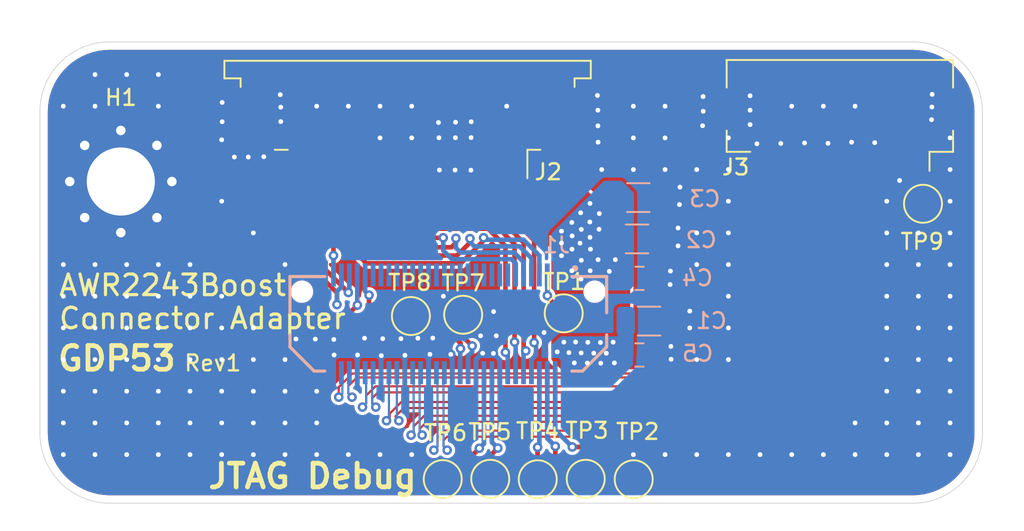
<source format=kicad_pcb>
(kicad_pcb (version 20240108) (generator "pcbnew") (generator_version "8.0")
  (layers (0 "F.Cu" signal) (31 "B.Cu" signal) (34 "B.Paste" user) (35 "F.Paste" user) (36 "B.SilkS" user "B.Silkscreen") (37 "F.SilkS" user "F.Silkscreen") (38 "B.Mask" user) (39 "F.Mask" user) (44 "Edge.Cuts" user))
  (net 0 "")
  (net 1 "+5V")
  (net 2 "GND")
  (net 3 "/Samtech QTH-030-01-L-D-A/SYNC_IN")
  (net 4 "/Samtech QTH-030-01-L-D-A/HOSTINT")
  (net 5 "/Samtech QTH-030-01-L-D-A/SPI_CS")
  (net 6 "/Samtech QTH-030-01-L-D-A/nRESET")
  (net 7 "/Samtech QTH-030-01-L-D-A/SPI_CLK")
  (net 8 "/Samtech QTH-030-01-L-D-A/PGOOD")
  (net 9 "/Samtech QTH-030-01-L-D-A/SPI_MISO")
  (net 10 "/Samtech QTH-030-01-L-D-A/NERROUT")
  (net 11 "/Samtech QTH-030-01-L-D-A/SPI_MOSI")
  (net 12 "/Samtech QTH-030-01-L-D-A/RS232RX")
  (net 13 "/Samtech QTH-030-01-L-D-A/I2C_SDA")
  (net 14 "/Samtech QTH-030-01-L-D-A/RS232TX")
  (net 15 "Net-(J3-Pin_1)")
  (net 16 "/Samtech QTH-030-01-L-D-A/I2C_SCL")
  (net 17 "Net-(J1-TDI)")
  (net 18 "Net-(J1-TDO)")
  (net 19 "Net-(J1-TCK)")
  (net 20 "Net-(J1-TMS)")
  (net 21 "Net-(J1-DEBUG_VALIDP)")
  (net 22 "Net-(J1-DEBUG_VALIDN)")
  (net 23 "Net-(J1-DEBUG_FRCLKP)")
  (net 24 "Net-(J1-DEBUG_FRCLKN)")
  (net 43 "/Samtech QTH-030-01-L-D-A/CSI_0_P")
  (net 44 "/Samtech QTH-030-01-L-D-A/CSI_0_N")
  (net 45 "/Samtech QTH-030-01-L-D-A/CSI_3_N")
  (net 46 "/Samtech QTH-030-01-L-D-A/CSI_3_P")
  (net 47 "/Samtech QTH-030-01-L-D-A/CSI_CLK_N")
  (net 48 "/Samtech QTH-030-01-L-D-A/CSI_CLK_P")
  (net 49 "/Samtech QTH-030-01-L-D-A/CSI_2_P")
  (net 50 "/Samtech QTH-030-01-L-D-A/CSI_1_N")
  (net 51 "/Samtech QTH-030-01-L-D-A/CSI_2_N")
  (net 52 "/Samtech QTH-030-01-L-D-A/CSI_1_P")
  (footprint "TestPoint:TestPoint_Pad_D2.0mm" (layer "F.Cu") (at 90.66 58.3)
    (property "Reference" "TP9")
    (property "Value" "3.3V")
  )
  (footprint "TestPoint:TestPoint_Pad_D2.0mm" (layer "F.Cu") (at 69.36 75.67)
    (property "Reference" "TP3")
    (property "Value" "TCK")
  )
  (footprint "Connector_FFC-FPC:TE_1-84953-5_1x15-1MP_P1.0mm_Horizontal" (layer "F.Cu") (at 58.11 53.98 180)
    (property "Reference" "J2")
    (property "Value" "Conn_01x15_MountingPin")
  )
  (footprint "Connector_FFC-FPC:Hirose_FH12-22S-0.5SH_1x22-1MP_P0.50mm_Horizontal" (layer "F.Cu") (at 85.41 53.72 180)
    (property "Reference" "J3")
    (property "Value" "Conn_01x22_MountingPin")
  )
  (footprint "MountingHole:MountingHole_4.3mm_M4_Pad_Via" (layer "F.Cu") (at 40 56.896)
    (property "Reference" "H1")
    (property "Value" "MountingHole_Pad")
  )
  (footprint "TestPoint:TestPoint_Pad_D2.0mm" (layer "F.Cu") (at 60.33 75.69)
    (property "Reference" "TP6")
    (property "Value" "VALIDN")
  )
  (footprint "TestPoint:TestPoint_Pad_D2.0mm" (layer "F.Cu") (at 63.33 75.67)
    (property "Reference" "TP5")
    (property "Value" "VALIDP")
  )
  (footprint "TestPoint:TestPoint_Pad_D2.0mm" (layer "F.Cu") (at 58.32 65.39)
    (property "Reference" "TP8")
    (property "Value" "FRCLKN")
  )
  (footprint "TestPoint:TestPoint_Pad_D2.0mm" (layer "F.Cu") (at 66.33 75.7)
    (property "Reference" "TP4")
    (property "Value" "TMS")
  )
  (footprint "TestPoint:TestPoint_Pad_D2.0mm" (layer "F.Cu") (at 67.97 65.22)
    (property "Reference" "TP1")
    (property "Value" "TDI")
  )
  (footprint "TestPoint:TestPoint_Pad_D2.0mm" (layer "F.Cu") (at 72.39 75.7)
    (property "Reference" "TP2")
    (property "Value" "TDO")
  )
  (footprint "TestPoint:TestPoint_Pad_D2.0mm" (layer "F.Cu") (at 61.62 65.31)
    (property "Reference" "TP7")
    (property "Value" "FRCLKP")
  )
  (footprint "Capacitor_SMD:C_1206_3216Metric" (layer "B.Cu") (at 73.36 65.71)
    (property "Reference" "C1")
    (property "Value" "22uF")
  )
  (footprint "Capacitor_SMD:C_0805_2012Metric" (layer "B.Cu") (at 72.76 63.01)
    (property "Reference" "C4")
    (property "Value" "0.1uF")
  )
  (footprint "CM4-AWRInterfaceBoard-backups:SAMTEC-QTH-030-01-X-D-A" (layer "B.Cu") (at 60.682204 65.880996 180)
    (property "Reference" "J1")
    (property "Value" "QTH-030-01-X-D-A" (hide yes))
  )
  (footprint "Capacitor_SMD:C_1206_3216Metric" (layer "B.Cu") (at 72.68 57.91)
    (property "Reference" "C3")
    (property "Value" "22uF")
  )
  (footprint "Capacitor_SMD:C_1206_3216Metric" (layer "B.Cu") (at 72.6 60.52)
    (property "Reference" "C2")
    (property "Value" "22uF")
  )
  (footprint "Capacitor_SMD:C_0805_2012Metric" (layer "B.Cu") (at 72.75 67.85)
    (property "Reference" "C5")
    (property "Value" "0.1uF")
  )
  (gr_line (start 39.29 48.08) (end 90 48.08) (stroke (width 0.05)) (layer "Edge.Cuts"))
  (gr_arc (start 94.41 72.81) (mid 93.12127 75.92127) (end 90.01 77.21) (stroke (width 0.05)) (layer "Edge.Cuts"))
  (gr_arc (start 90 48.08) (mid 93.11774 49.365189) (end 94.410011 52.48) (stroke (width 0.05)) (layer "Edge.Cuts"))
  (gr_line (start 94.41 52.48) (end 94.41 72.81) (stroke (width 0.05)) (layer "Edge.Cuts"))
  (gr_line (start 34.89 72.75) (end 34.89 52.48) (stroke (width 0.05)) (layer "Edge.Cuts"))
  (gr_arc (start 34.89 52.48) (mid 36.17873 49.36873) (end 39.29 48.08) (stroke (width 0.05)) (layer "Edge.Cuts"))
  (gr_arc (start 39.29 77.209812) (mid 36.166343 75.891176) (end 34.89 72.75) (stroke (width 0.05)) (layer "Edge.Cuts"))
  (gr_line (start 90.01 77.21) (end 39.29 77.21) (stroke (width 0.05)) (layer "Edge.Cuts"))
  (gr_text "AWR2243Boost\nConnector Adapter" (at 35.99 66.3 0) (layer "F.SilkS") (effects (font (size 1.3 1.3) (thickness 0.2) (bold yes)) (justify left bottom)))
  (gr_text "Rev1" (at 43.92 68.95 0) (layer "F.SilkS") (effects (font (size 1 1) (thickness 0.153)) (justify left bottom)))
  (gr_text "JTAG Debug" (at 45.37 76.38 0) (layer "F.SilkS") (effects (font (size 1.5 1.5) (thickness 0.3) (bold yes)) (justify left bottom)))
  (gr_text "GDP53" (at 35.87 68.95 0) (layer "F.SilkS") (effects (font (size 1.5 1.5) (thickness 0.3) (bold yes)) (justify left bottom)))
  (segment (start 67.83 60.03) (end 67.83 60.78) (width 0.1) (layer "F.Cu") (net 1))
  (segment (start 67.83 59.37) (end 67.83 60.03) (width 0.1) (layer "F.Cu") (net 1))
  (segment (start 67.83 60.78) (end 67.83 61.58) (width 0.1) (layer "F.Cu") (net 1))
  (segment (start 67.83 62.61) (end 67.93 62.71) (width 0.1) (layer "F.Cu") (net 1))
  (segment (start 65.12 54.57) (end 65.12 56.1) (width 0.1) (layer "F.Cu") (net 1))
  (segment (start 67.83 61.58) (end 67.83 62.57) (width 0.1) (layer "F.Cu") (net 1))
  (segment (start 67.83 62.57) (end 67.83 62.61) (width 0.1) (layer "F.Cu") (net 1))
  (segment (start 65.12 56.1) (end 68.11 59.09) (width 0.1) (layer "F.Cu") (net 1))
  (segment (start 68.11 59.09) (end 67.83 59.37) (width 0.1) (layer "F.Cu") (net 1))
  (via (at 67.83 61.58) (size 0.6) (drill 0.3) (layers "F.Cu" "B.Cu") (net 1))
  (via (at 69.46 68.36) (size 0.6) (drill 0.3) (layers "F.Cu" "B.Cu") (net 1))
  (via (at 70.29 67.06) (size 0.6) (drill 0.3) (layers "F.Cu" "B.Cu") (net 1))
  (via (at 69.49 67.05) (size 0.6) (drill 0.3) (layers "F.Cu" "B.Cu") (net 1))
  (via (at 71.23 61.83) (size 0.6) (drill 0.3) (layers "F.Cu" "B.Cu") (net 1))
  (via (at 67.98 67.04) (size 0.6) (drill 0.3) (layers "F.Cu" "B.Cu") (net 1))
  (via (at 68.64 68.35) (size 0.6) (drill 0.3) (layers "F.Cu" "B.Cu") (net 1))
  (via (at 69.62 59.45) (size 0.6) (drill 0.3) (layers "F.Cu" "B.Cu") (net 1))
  (via (at 69.08 59.92) (size 0.6) (drill 0.3) (layers "F.Cu" "B.Cu") (net 1))
  (via (at 67.83 60.78) (size 0.6) (drill 0.3) (layers "F.Cu" "B.Cu") (net 1))
  (via (at 69.87 67.74) (size 0.6) (drill 0.3) (layers "F.Cu" "B.Cu") (net 1))
  (via (at 69.04 58.87) (size 0.6) (drill 0.3) (layers "F.Cu" "B.Cu") (net 1))
  (via (at 68.5 60.33) (size 0.6) (drill 0.3) (layers "F.Cu" "B.Cu") (net 1))
  (via (at 68.48 59.48) (size 0.6) (drill 0.3) (layers "F.Cu" "B.Cu") (net 1))
  (via (at 70.2 59.91) (size 0.6) (drill 0.3) (layers "F.Cu" "B.Cu") (net 1))
  (via (at 70.66 67.74) (size 0.6) (drill 0.3) (layers "F.Cu" "B.Cu") (net 1))
  (via (at 68.48 62.53) (size 0.6) (drill 0.3) (layers "F.Cu" "B.Cu") (net 1))
  (via (at 70.22 58.92) (size 0.6) (drill 0.3) (layers "F.Cu" "B.Cu") (net 1))
  (via (at 70.31 68.37) (size 0.6) (drill 0.3) (layers "F.Cu" "B.Cu") (net 1))
  (via (at 69.66 61.17) (size 0.6) (drill 0.3) (layers "F.Cu" "B.Cu") (net 1))
  (via (at 69.63 58.28) (size 0.6) (drill 0.3) (layers "F.Cu" "B.Cu") (net 1))
  (via (at 69 60.79) (size 0.6) (drill 0.3) (layers "F.Cu" "B.Cu") (net 1))
  (via (at 68.3 67.7) (size 0.6) (drill 0.3) (layers "F.Cu" "B.Cu") (net 1))
  (via (at 71.09 67.04) (size 0.6) (drill 0.3) (layers "F.Cu" "B.Cu") (net 1))
  (via (at 69.63 60.42) (size 0.6) (drill 0.3) (layers "F.Cu" "B.Cu") (net 1))
  (via (at 69.64 62.53) (size 0.6) (drill 0.3) (layers "F.Cu" "B.Cu") (net 1))
  (via (at 68.72 67.03) (size 0.6) (drill 0.3) (layers "F.Cu" "B.Cu") (net 1))
  (via (at 68.49 61.17) (size 0.6) (drill 0.3) (layers "F.Cu" "B.Cu") (net 1))
  (via (at 69.06 63.06) (size 0.6) (drill 0.3) (layers "F.Cu" "B.Cu") (net 1))
  (via (at 71.17 68.35) (size 0.6) (drill 0.3) (layers "F.Cu" "B.Cu") (net 1))
  (via (at 67.56 67.65) (size 0.6) (drill 0.3) (layers "F.Cu" "B.Cu") (net 1))
  (via (at 70.14 61.83) (size 0.6) (drill 0.3) (layers "F.Cu" "B.Cu") (net 1))
  (via (at 69.07 67.72) (size 0.6) (drill 0.3) (layers "F.Cu" "B.Cu") (net 1))
  (via (at 67.83 60.03) (size 0.6) (drill 0.3) (layers "F.Cu" "B.Cu") (net 1))
  (via (at 70.85 62.57) (size 0.6) (drill 0.3) (layers "F.Cu" "B.Cu") (net 1))
  (via (at 69.08 61.87) (size 0.6) (drill 0.3) (layers "F.Cu" "B.Cu") (net 1))
  (segment (start 71.885 67.765) (end 71.8 67.85) (width 0.3) (layer "B.Cu") (net 1))
  (segment (start 71.885 65.71) (end 71.885 67.765) (width 1) (layer "B.Cu") (net 1))
  (segment (start 86.16 55.57) (end 86.16 54.42) (width 0.3) (layer "F.Cu") (net 2))
  (segment (start 83.15 54.49) (end 83.18 54.46) (width 0.3) (layer "F.Cu") (net 2))
  (segment (start 83.16 55.57) (end 83.16 54.48) (width 0.3) (layer "F.Cu") (net 2))
  (segment (start 74.71 63.38) (end 74.69 63.4) (width 0.3) (layer "F.Cu") (net 2))
  (segment (start 79.74 52.39) (end 79.74 53.3) (width 0.3) (layer "F.Cu") (net 2))
  (segment (start 60.06 53.17) (end 61.12 53.17) (width 0.3) (layer "F.Cu") (net 2))
  (segment (start 62.72 66.64) (end 63.71 66.64) (width 0.3) (layer "F.Cu") (net 2))
  (segment (start 46.4 53.12) (end 46.4 51.9) (width 0.3) (layer "F.Cu") (net 2))
  (segment (start 81.66 55.57) (end 81.66 54.51) (width 0.3) (layer "F.Cu") (net 2))
  (segment (start 86.08 54.48) (end 86.15 54.41) (width 0.3) (layer "F.Cu") (net 2))
  (segment (start 89.16 56.81) (end 89.18 56.83) (width 0.3) (layer "F.Cu") (net 2))
  (segment (start 87.66 54.49) (end 87.61 54.44) (width 0.3) (layer "F.Cu") (net 2))
  (segment (start 48.07 55.33) (end 48.05 55.35) (width 0.3) (layer "F.Cu") (net 2))
  (segment (start 76.78 53.33) (end 76.74 53.37) (width 0.3) (layer "F.Cu") (net 2))
  (segment (start 62.11 54.13) (end 62.12 54.12) (width 0.3) (layer "F.Cu") (net 2))
  (segment (start 74.74 67.31) (end 74.74 68.11) (width 0.3) (layer "F.Cu") (net 2))
  (segment (start 47.17 55.35) (end 47.17 55.06) (width 0.3) (layer "F.Cu") (net 2))
  (segment (start 87.66 55.57) (end 87.66 54.49) (width 0.3) (layer "F.Cu") (net 2))
  (segment (start 55.39 66.79) (end 56.51 66.79) (width 0.3) (layer "F.Cu") (net 2))
  (segment (start 86.16 54.42) (end 86.15 54.41) (width 0.3) (layer "F.Cu") (net 2))
  (segment (start 80.16 54.52) (end 80.17 54.51) (width 0.3) (layer "F.Cu") (net 2))
  (segment (start 74.71 62.55) (end 74.71 63.38) (width 0.3) (layer "F.Cu") (net 2))
  (segment (start 62.11 55.78) (end 62.11 54.13) (width 0.3) (layer "F.Cu") (net 2))
  (segment (start 61.11 56.17) (end 62.1 56.17) (width 0.1) (layer "F.Cu") (net 2))
  (segment (start 62.12 56.17) (end 62.11 56.18) (width 0.1) (layer "F.Cu") (net 2))
  (segment (start 48.12 52.98) (end 48.5 52.98) (width 0.3) (layer "F.Cu") (net 2))
  (segment (start 81.66 54.51) (end 81.68 54.49) (width 0.3) (layer "F.Cu") (net 2))
  (segment (start 52.279996 66.85) (end 51.109976 66.85) (width 0.3) (layer "F.Cu") (net 2))
  (segment (start 50.1 52.2) (end 50.1 53.11) (width 0.3) (layer "F.Cu") (net 2))
  (segment (start 61.13 54.13) (end 60.09 54.13) (width 0.3) (layer "F.Cu") (net 2))
  (segment (start 75.31 57.25) (end 75.31 58.32) (width 0.3) (layer "F.Cu") (net 2))
  (segment (start 92.56 52.32) (end 92.17 52.32) (width 0.3) (layer "F.Cu") (net 2))
  (segment (start 51.109976 66.85) (end 51.059976 66.8) (width 0.3) (layer "F.Cu") (net 2))
  (segment (start 53.45 66.87) (end 53.43 66.85) (width 0.3) (layer "F.Cu") (net 2))
  (segment (start 49.03 55.33) (end 48.07 55.33) (width 0.3) (layer "F.Cu") (net 2))
  (segment (start 74.74 68.11) (end 74.75 68.12) (width 0.3) (layer "F.Cu") (net 2))
  (segment (start 76.78 52.46) (end 76.78 53.33) (width 0.3) (layer "F.Cu") (net 2))
  (segment (start 91.22 52.97) (end 91.2 52.99) (width 0.3) (layer "F.Cu") (net 2))
  (segment (start 61.12 53.17) (end 61.14 53.15) (width 0.3) (layer "F.Cu") (net 2))
  (segment (start 92.17 52.32) (end 91.24 51.39) (width 0.3) (layer "F.Cu") (net 2))
  (segment (start 56.51 66.79) (end 56.54 66.82) (width 0.3) (layer "F.Cu") (net 2))
  (segment (start 84.66 54.48) (end 86.08 54.48) (width 0.3) (layer "F.Cu") (net 2))
  (segment (start 78.26 52.32) (end 78.9 52.32) (width 0.3) (layer "F.Cu") (net 2))
  (segment (start 58.73 66.82) (end 58.76 66.79) (width 0.3) (layer "F.Cu") (net 2))
  (segment (start 84.66 55.57) (end 84.66 54.48) (width 0.3) (layer "F.Cu") (net 2))
  (segment (start 68.1 52.98) (end 68.58 52.98) (width 0.3) (layer "F.Cu") (net 2))
  (segment (start 47.17 55.06) (end 46.37 54.26) (width 0.3) (layer "F.Cu") (net 2))
  (segment (start 75.19 59.83) (end 75.19 60.96) (width 0.3) (layer "F.Cu") (net 2))
  (segment (start 57.69 66.82) (end 58.73 66.82) (width 0.3) (layer "F.Cu") (net 2))
  (segment (start 91.22 52.19) (end 91.22 52.97) (width 0.3) (layer "F.Cu") (net 2))
  (segment (start 89.16 55.57) (end 89.16 56.81) (width 0.3) (layer "F.Cu") (net 2))
  (segment (start 70.13 52.39) (end 70.13 53.38) (width 0.3) (layer "F.Cu") (net 2))
  (segment (start 53.43 66.85) (end 52.279996 66.85) (width 0.3) (layer "F.Cu") (net 2))
  (segment (start 78.9 52.32) (end 79.74 51.48) (width 0.3) (layer "F.Cu") (net 2))
  (segment (start 68.58 52.98) (end 70.1 51.46) (width 0.3) (layer "F.Cu") (net 2))
  (segment (start 77.56 52.32) (end 76.77 51.53) (width 0.3) (layer "F.Cu") (net 2))
  (segment (start 83.16 54.48) (end 83.18 54.46) (width 0.3) (layer "F.Cu") (net 2))
  (segment (start 75.93 65.08) (end 75.93 66.14) (width 0.3) (layer "F.Cu") (net 2))
  (segment (start 78.26 52.32) (end 77.56 52.32) (width 0.3) (layer "F.Cu") (net 2))
  (segment (start 75.31 58.32) (end 75.28 58.35) (width 0.3) (layer "F.Cu") (net 2))
  (segment (start 48.5 52.98) (end 50.07 51.41) (width 0.3) (layer "F.Cu") (net 2))
  (segment (start 80.16 55.57) (end 80.16 54.52) (width 0.3) (layer "F.Cu") (net 2))
  (segment (start 62.1 56.17) (end 62.11 56.18) (width 0.1) (layer "F.Cu") (net 2))
  (segment (start 81.68 54.49) (end 83.15 54.49) (width 0.3) (layer "F.Cu") (net 2))
  (segment (start 61.12 56.16) (end 61.11 56.17) (width 0.1) (layer "F.Cu") (net 2))
  (via (at 90.37 60.14) (size 0.6) (drill 0.3) (layers "F.Cu" "B.Cu") (net 2))
  (via (at 46.37 54.26) (size 0.6) (drill 0.3) (layers "F.Cu" "B.Cu") (net 2))
  (via (at 88.37 72.14) (size 0.6) (drill 0.3) (layers "F.Cu" "B.Cu") (net 2))
  (via (at 50.1 52.2) (size 0.6) (drill 0.3) (layers "F.Cu" "B.Cu") (net 2))
  (via (at 61.13 54.13) (size 0.6) (drill 0.3) (layers "F.Cu" "B.Cu") (net 2))
  (via (at 38.37 64.14) (size 0.6) (drill 0.3) (layers "F.Cu" "B.Cu") (net 2))
  (via (at 60.37 64.14) (size 0.6) (drill 0.3) (layers "F.Cu" "B.Cu") (net 2))
  (via (at 44.37 62.14) (size 0.6) (drill 0.3) (layers "F.Cu" "B.Cu") (net 2))
  (via (at 44.37 68.14) (size 0.6) (drill 0.3) (layers "F.Cu" "B.Cu") (net 2))
  (via (at 76.37 60.14) (size 0.6) (drill 0.3) (layers "F.Cu" "B.Cu") (net 2))
  (via (at 87.61 54.44) (size 0.6) (drill 0.3) (layers "F.Cu" "B.Cu") (net 2))
  (via (at 55.39 66.79) (size 0.6) (drill 0.3) (layers "F.Cu" "B.Cu") (net 2))
  (via (at 88.37 60.14) (size 0.6) (drill 0.3) (layers "F.Cu" "B.Cu") (net 2))
  (via (at 92.37 62.14) (size 0.6) (drill 0.3) (layers "F.Cu" "B.Cu") (net 2))
  (via (at 72.37 52.14) (size 0.6) (drill 0.3) (layers "F.Cu" "B.Cu") (net 2))
  (via (at 46.37 70.14) (size 0.6) (drill 0.3) (layers "F.Cu" "B.Cu") (net 2))
  (via (at 60.06 53.17) (size 0.6) (drill 0.3) (layers "F.Cu" "B.Cu") (net 2))
  (via (at 38.37 50.14) (size 0.6) (drill 0.3) (layers "F.Cu" "B.Cu") (net 2))
  (via (at 62.11 56.18) (size 0.6) (drill 0.3) (layers "F.Cu" "B.Cu") (net 2))
  (via (at 92.37 70.14) (size 0.6) (drill 0.3) (layers "F.Cu" "B.Cu") (net 2))
  (via (at 83.18 54.46) (size 0.6) (drill 0.3) (layers "F.Cu" "B.Cu") (net 2))
  (via (at 70.13 53.38) (size 0.6) (drill 0.3) (layers "F.Cu" "B.Cu") (net 2))
  (via (at 74.37 56.14) (size 0.6) (drill 0.3) (layers "F.Cu" "B.Cu") (net 2))
  (via (at 90.37 62.14) (size 0.6) (drill 0.3) (layers "F.Cu" "B.Cu") (net 2))
  (via (at 76.78 52.46) (size 0.6) (drill 0.3) (layers "F.Cu" "B.Cu") (net 2))
  (via (at 70.13 52.39) (size 0.6) (drill 0.3) (layers "F.Cu" "B.Cu") (net 2))
  (via (at 92.37 58.14) (size 0.6) (drill 0.3) (layers "F.Cu" "B.Cu") (net 2))
  (via (at 92.37 56.14) (size 0.6) (drill 0.3) (layers "F.Cu" "B.Cu") (net 2))
  (via (at 92.37 74.14) (size 0.6) (drill 0.3) (layers "F.Cu" "B.Cu") (net 2))
  (via (at 42.37 66.14) (size 0.6) (drill 0.3) (layers "F.Cu" "B.Cu") (net 2))
  (via (at 84.37 74.14) (size 0.6) (drill 0.3) (layers "F.Cu" "B.Cu") (net 2))
  (via (at 46.4 53.12) (size 0.6) (drill 0.3) (layers "F.Cu" "B.Cu") (net 2))
  (via (at 48.37 68.14) (size 0.6) (drill 0.3) (layers "F.Cu" "B.Cu") (net 2))
  (via (at 62.85 67.74) (size 0.6) (drill 0.3) (layers "F.Cu" "B.Cu") (net 2))
  (via (at 74.74 67.31) (size 0.6) (drill 0.3) (layers "F.Cu" "B.Cu") (net 2))
  (via (at 88.37 58.14) (size 0.6) (drill 0.3) (layers "F.Cu" "B.Cu") (net 2))
  (via (at 53.45 66.87) (size 0.6) (drill 0.3) (layers "F.Cu" "B.Cu") (net 2))
  (via (at 46.37 74.14) (size 0.6) (drill 0.3) (layers "F.Cu" "B.Cu") (net 2))
  (via (at 52.37 52.14) (size 0.6) (drill 0.3) (layers "F.Cu" "B.Cu") (net 2))
  (via (at 52.37 70.14) (size 0.6) (drill 0.3) (layers "F.Cu" "B.Cu") (net 2))
  (via (at 46.37 64.14) (size 0.6) (drill 0.3) (layers "F.Cu" "B.Cu") (net 2))
  (via (at 78.37 56.14) (size 0.6) (drill 0.3) (layers "F.Cu" "B.Cu") (net 2))
  (via (at 82.37 52.14) (size 0.6) (drill 0.3) (layers "F.Cu" "B.Cu") (net 2))
  (via (at 42.37 68.14) (size 0.6) (drill 0.3) (layers "F.Cu" "B.Cu") (net 2))
  (via (at 80.37 74.14) (size 0.6) (drill 0.3) (layers "F.Cu" "B.Cu") (net 2))
  (via (at 78.37 60.14) (size 0.6) (drill 0.3) (layers "F.Cu" "B.Cu") (net 2))
  (via (at 62.12 54.12) (size 0.6) (drill 0.3) (layers "F.Cu" "B.Cu") (net 2))
  (via (at 46.37 58.14) (size 0.6) (drill 0.3) (layers "F.Cu" "B.Cu") (net 2))
  (via (at 48.37 66.14) (size 0.6) (drill 0.3) (layers "F.Cu" "B.Cu") (net 2))
  (via (at 60.12 56.17) (size 0.6) (drill 0.3) (layers "F.Cu" "B.Cu") (net 2))
  (via (at 48.37 72.14) (size 0.6) (drill 0.3) (layers "F.Cu" "B.Cu") (net 2))
  (via (at 36.37 52.14) (size 0.6) (drill 0.3) (layers "F.Cu" "B.Cu") (net 2))
  (via (at 42.37 72.14) (size 0.6) (drill 0.3) (layers "F.Cu" "B.Cu") (net 2))
  (via (at 58.37 54.14) (size 0.6) (drill 0.3) (layers "F.Cu" "B.Cu") (net 2))
  (via (at 44.37 74.14) (size 0.6) (drill 0.3) (layers "F.Cu" "B.Cu") (net 2))
  (via (at 63.53 67.75) (size 0.6) (drill 0.3) (layers "F.Cu" "B.Cu") (net 2))
  (via (at 44.37 70.14) (size 0.6) (drill 0.3) (layers "F.Cu" "B.Cu") (net 2))
  (via (at 75.31 57.25) (size 0.6) (drill 0.3) (layers "F.Cu" "B.Cu") (net 2))
  (via (at 79.74 53.3) (size 0.6) (drill 0.3) (layers "F.Cu" "B.Cu") (net 2))
  (via (at 60.09 54.13) (size 0.6) (drill 0.3) (layers "F.Cu" "B.Cu") (net 2))
  (via (at 91.2 52.99) (size 0.6) (drill 0.3) (layers "F.Cu" "B.Cu") (net 2))
  (via (at 88.37 70.14) (size 0.6) (drill 0.3) (layers "F.Cu" "B.Cu") (net 2))
  (via (at 46.37 66.14) (size 0.6) (drill 0.3) (layers "F.Cu" "B.Cu") (net 2))
  (via (at 74.71 62.55) (size 0.6) (drill 0.3) (layers "F.Cu" "B.Cu") (net 2))
  (via (at 52.37 72.14) (size 0.6) (drill 0.3) (layers "F.Cu" "B.Cu") (net 2))
  (via (at 92.37 64.14) (size 0.6) (drill 0.3) (layers "F.Cu" "B.Cu") (net 2))
  (via (at 62.72 66.64) (size 0.6) (drill 0.3) (layers "F.Cu" "B.Cu") (net 2))
  (via (at 86.37 52.14) (size 0.6) (drill 0.3) (layers "F.Cu" "B.Cu") (net 2))
  (via (at 54.37 52.14) (size 0.6) (drill 0.3) (layers "F.Cu" "B.Cu") (net 2))
  (via (at 50.37 68.14) (size 0.6) (drill 0.3) (layers "F.Cu" "B.Cu") (net 2))
  (via (at 40.37 62.14) (size 0.6) (drill 0.3) (layers "F.Cu" "B.Cu") (net 2))
  (via (at 58.37 52.14) (size 0.6) (drill 0.3) (layers "F.Cu" "B.Cu") (net 2))
  (via (at 36.37 64.14) (size 0.6) (drill 0.3) (layers "F.Cu" "B.Cu") (net 2))
  (via (at 57.94 67.87) (size 0.6) (drill 0.3) (layers "F.Cu" "B.Cu") (net 2))
  (via (at 74.37 54.14) (size 0.6) (drill 0.3) (layers "F.Cu" "B.Cu") (net 2))
  (via (at 70.14 54.41) (size 0.6) (drill 0.3) (layers "F.Cu" "B.Cu") (net 2))
  (via (at 91.22 52.19) (size 0.6) (drill 0.3) (layers "F.Cu" "B.Cu") (net 2))
  (via (at 92.37 54.14) (size 0.6) (drill 0.3) (layers "F.Cu" "B.Cu") (net 2))
  (via (at 86.37 72.14) (size 0.6) (drill 0.3) (layers "F.Cu" "B.Cu") (net 2))
  (via (at 92.37 60.14) (size 0.6) (drill 0.3) (layers "F.Cu" "B.Cu") (net 2))
  (via (at 90.37 70.14) (size 0.6) (drill 0.3) (layers "F.Cu" "B.Cu") (net 2))
  (via (at 90.37 68.14) (size 0.6) (drill 0.3) (layers "F.Cu" "B.Cu") (net 2))
  (via (at 36.37 74.14) (size 0.6) (drill 0.3) (layers "F.Cu" "B.Cu") (net 2))
  (via (at 76.74 53.37) (size 0.6) (drill 0.3) (layers "F.Cu" "B.Cu") (net 2))
  (via (at 74.37 52.14) (size 0.6) (drill 0.3) (layers "F.Cu" "B.Cu") (net 2))
  (via (at 78.37 74.14) (size 0.6) (drill 0.3) (layers "F.Cu" "B.Cu") (net 2))
  (via (at 38.37 74.14) (size 0.6) (drill 0.3) (layers "F.Cu" "B.Cu") (net 2))
  (via (at 56.45 67.89) (size 0.6) (drill 0.3) (layers "F.Cu" "B.Cu") (net 2))
  (via (at 76.37 56.14) (size 0.6) (drill 0.3) (layers "F.Cu" "B.Cu") (net 2))
  (via (at 46.37 68.14) (size 0.6) (drill 0.3) (layers "F.Cu" "B.Cu") (net 2))
  (via (at 88.37 74.14) (size 0.6) (drill 0.3) (layers "F.Cu" "B.Cu") (net 2))
  (via (at 42.37 62.14) (size 0.6) (drill 0.3) (layers "F.Cu" "B.Cu") (net 2))
  (via (at 76.77 51.53) (size 0.6) (drill 0.3) (layers "F.Cu" "B.Cu") (net 2))
  (via (at 91.24 51.39) (size 0.6) (drill 0.3) (layers "F.Cu" "B.Cu") (net 2))
  (via (at 63.71 66.64) (size 0.6) (drill 0.3) (layers "F.Cu" "B.Cu") (net 2))
  (via (at 75.93 65.08) (size 0.6) (drill 0.3) (layers "F.Cu" "B.Cu") (net 2))
  (via (at 52.37 74.14) (size 0.6) (drill 0.3) (layers "F.Cu" "B.Cu") (net 2))
  (via (at 78.37 66.14) (size 0.6) (drill 0.3) (layers "F.Cu" "B.Cu") (net 2))
  (via (at 50.37 62.14) (size 0.6) (drill 0.3) (layers "F.Cu" "B.Cu") (net 2))
  (via (at 50.07 51.41) (size 0.6) (drill 0.3) (layers "F.Cu" "B.Cu") (net 2))
  (via (at 70.1 51.46) (size 0.6) (drill 0.3) (layers "F.Cu" "B.Cu") (net 2))
  (via (at 38.37 66.14) (size 0.6) (drill 0.3) (layers "F.Cu" "B.Cu") (net 2))
  (via (at 38.37 72.14) (size 0.6) (drill 0.3) (layers "F.Cu" "B.Cu") (net 2))
  (via (at 49.03 55.33) (size 0.6) (drill 0.3) (layers "F.Cu" "B.Cu") (net 2))
  (via (at 58.76 66.79) (size 0.6) (drill 0.3) (layers "F.Cu" "B.Cu") (net 2))
  (via (at 90.37 74.14) (size 0.6) (drill 0.3) (layers "F.Cu" "B.Cu") (net 2))
  (via (at 60.84 67.81) (size 0.6) (drill 0.3) (layers "F.Cu" "B.Cu") (net 2))
  (via (at 44.37 66.14) (size 0.6) (drill 0.3) (layers "F.Cu" "B.Cu") (net 2))
  (via (at 56.37 52.14) (size 0.6) (drill 0.3) (layers "F.Cu" "B.Cu") (net 2))
  (via (at 78.37 54.14) (size 0.6) (drill 0.3) (layers "F.Cu" "B.Cu") (net 2))
  (via (at 48.37 70.14) (size 0.6) (drill 0.3) (layers "F.Cu" "B.Cu") (net 2))
  (via (at 48.05 55.35) (size 0.6) (drill 0.3) (layers "F.Cu" "B.Cu") (net 2))
  (via (at 81.68 54.49) (size 0.6) (drill 0.3) (layers "F.Cu" "B.Cu") (net 2))
  (via (at 76.37 62.14) (size 0.6) (drill 0.3) (layers "F.Cu" "B.Cu") (net 2))
  (via (at 79.74 52.39) (size 0.6) (drill 0.3) (layers "F.Cu" "B.Cu") (net 2))
  (via (at 70.37 56.14) (size 0.6) (drill 0.3) (layers "F.Cu" "B.Cu") (net 2))
  (via (at 40.37 74.14) (size 0.6) (drill 0.3) (layers "F.Cu" "B.Cu") (net 2))
  (via (at 36.37 66.14) (size 0.6) (drill 0.3) (layers "F.Cu" "B.Cu") (net 2))
  (via (at 42.37 50.14) (size 0.6) (drill 0.3) (layers "F.Cu" "B.Cu") (net 2))
  (via (at 80.17 54.51) (size 0.6) (drill 0.3) (layers "F.Cu" "B.Cu") (net 2))
  (via (at 42.37 74.14) (size 0.6) (drill 0.3) (layers "F.Cu" "B.Cu") (net 2))
  (via (at 50.37 70.14) (size 0.6) (drill 0.3) (layers "F.Cu" "B.Cu") (net 2))
  (via (at 38.37 70.14) (size 0.6) (drill 0.3) (layers "F.Cu" "B.Cu") (net 2))
  (via (at 75.19 60.96) (size 0.6) (drill 0.3) (layers "F.Cu" "B.Cu") (net 2))
  (via (at 90.37 64.14) (size 0.6) (drill 0.3) (layers "F.Cu" "B.Cu") (net 2))
  (via (at 40.37 64.14) (size 0.6) (drill 0.3) (layers "F.Cu" "B.Cu") (net 2))
  (via (at 89.18 56.83) (size 0.6) (drill 0.3) (layers "F.Cu" "B.Cu") (net 2))
  (via (at 59.7 66.78) (size 0.6) (drill 0.3) (layers "F.Cu" "B.Cu") (net 2))
  (via (at 44.37 72.14) (size 0.6) (drill 0.3) (layers "F.Cu" "B.Cu") (net 2))
  (via (at 46.37 72.14) (size 0.6) (drill 0.3) (layers "F.Cu" "B.Cu") (net 2))
  (via (at 44.37 64.14) (size 0.6) (drill 0.3) (layers "F.Cu" "B.Cu") (net 2))
  (via (at 92.37 68.14) (size 0.6) (drill 0.3) (layers "F.Cu" "B.Cu") (net 2))
  (via (at 42.37 70.14) (size 0.6) (drill 0.3) (layers "F.Cu" "B.Cu") (net 2))
  (via (at 82.37 74.14) (size 0.6) (drill 0.3) (layers "F.Cu" "B.Cu") (net 2))
  (via (at 92.37 72.14) (size 0.6) (drill 0.3) (layers "F.Cu" "B.Cu") (net 2))
  (via (at 38.37 52.14) (size 0.6) (drill 0.3) (layers "F.Cu" "B.Cu") (net 2))
  (via (at 36.37 68.14) (size 0.6) (drill 0.3) (layers "F.Cu" "B.Cu") (net 2))
  (via (at 59.52 67.81) (size 0.6) (drill 0.3) (layers "F.Cu" "B.Cu") (net 2))
  (via (at 38.37 62.14) (size 0.6) (drill 0.3) (layers "F.Cu" "B.Cu") (net 2))
  (via (at 42.37 64.14) (size 0.6) (drill 0.3) (layers "F.Cu" "B.Cu") (net 2))
  (via (at 74.75 68.12) (size 0.6) (drill 0.3) (layers "F.Cu" "B.Cu") (net 2))
  (via (at 51.059976 66.84) (size 0.6) (drill 0.3) (layers "F.Cu" "B.Cu") (net 2))
  (via (at 50.37 72.14) (size 0.6) (drill 0.3) (layers "F.Cu" "B.Cu") (net 2))
  (via (at 75.19 59.83) (size 0.6) (drill 0.3) (layers "F.Cu" "B.Cu") (net 2))
  (via (at 75.93 66.14) (size 0.6) (drill 0.3) (layers "F.Cu" "B.Cu") (net 2))
  (via (at 78.37 68.14) (size 0.6) (drill 0.3) (layers "F.Cu" "B.Cu") (net 2))
  (via (at 63.54 65.11) (size 0.6) (drill 0.3) (layers "F.Cu" "B.Cu") (net 2))
  (via (at 79.74 51.48) (size 0.6) (drill 0.3) (layers "F.Cu" "B.Cu") (net 2))
  (via (at 76.37 68.14) (size 0.6) (drill 0.3) (layers "F.Cu" "B.Cu") (net 2))
  (via (at 72.37 54.14) (size 0.6) (drill 0.3) (layers "F.Cu" "B.Cu") (net 2))
  (via (at 36.37 72.14) (size 0.6) (drill 0.3) (layers "F.Cu" "B.Cu") (net 2))
  (via (at 72.37 74.14) (size 0.6) (drill 0.3) (layers "F.Cu" "B.Cu") (net 2))
  (via (at 40.37 72.14) (size 0.6) (drill 0.3) (layers "F.Cu" "B.Cu") (net 2))
  (via (at 86.37 74.14) (size 0.6) (drill 0.3) (layers "F.Cu" "B.Cu") (net 2))
  (via (at 50.1 53.11) (size 0.6) (drill 0.3) (layers "F.Cu" "B.Cu") (net 2))
  (via (at 74.69 63.4) (size 0.6) (drill 0.3) (layers "F.Cu" "B.Cu") (net 2))
  (via (at 92.37 66.14) (size 0.6) (drill 0.3) (layers "F.Cu" "B.Cu") (net 2))
  (via (at 61.14 53.15) (size 0.6) (drill 0.3) (layers "F.Cu" "B.Cu") (net 2))
  (via (at 48.37 60.14) (size 0.6) (drill 0.3) (layers "F.Cu" "B.Cu") (net 2))
  (via (at 64.37 52.14) (size 0.6) (drill 0.3) (layers "F.Cu" "B.Cu") (net 2))
  (via (at 54.37 74.14) (size 0.6) (drill 0.3) (layers "F.Cu" "B.Cu") (net 2))
  (via (at 78.37 58.14) (size 0.6) (drill 0.3) (layers "F.Cu" "B.Cu") (net 2))
  (via (at 57.69 66.82) (size 0.6) (drill 0.3) (layers "F.Cu" "B.Cu") (net 2))
  (via (at 62.13 53.12) (size 0.6) (drill 0.3) (layers "F.Cu" "B.Cu") (net 2))
  (via (at 76.37 74.14) (size 0.6) (drill 0.3) (layers "F.Cu" "B.Cu") (net 2))
  (via (at 38.37 68.14) (size 0.6) (drill 0.3) (layers "F.Cu" "B.Cu") (net 2))
  (via (at 90.37 66.14) (size 0.6) (drill 0.3) (layers "F.Cu" "B.Cu") (net 2))
  (via (at 84.37 52.14) (size 0.6) (drill 0.3) (layers "F.Cu" "B.Cu") (net 2))
  (via (at 40.37 66.14) (size 0.6) (drill 0.3) (layers "F.Cu" "B.Cu") (net 2))
  (via (at 42.37 52.14) (size 0.6) (drill 0.3) (layers "F.Cu" "B.Cu") (net 2))
  (via (at 61.11 56.17) (size 0.6) (drill 0.3) (layers "F.Cu" "B.Cu") (net 2))
  (via (at 66.73 66.43) (size 0.6) (drill 0.3) (layers "F.Cu" "B.Cu") (net 2))
  (via (at 78.37 64.14) (size 0.6) (drill 0.3) (layers "F.Cu" "B.Cu") (net 2))
  (via (at 74.37 74.14) (size 0.6) (drill 0.3) (layers "F.Cu" "B.Cu") (net 2))
  (via (at 54.95 67.85) (size 0.6) (drill 0.3) (layers "F.Cu" "B.Cu") (net 2))
  (via (at 56.37 54.14) (size 0.6) (drill 0.3) (layers "F.Cu" "B.Cu") (net 2))
  (via (at 48.37 74.14) (size 0.6) (drill 0.3) (layers "F.Cu" "B.Cu") (net 2))
  (via (at 46.4 51.9) (size 0.6) (drill 0.3) (layers "F.Cu" "B.Cu") (net 2))
  (via (at 40.37 70.14) (size 0.6) (drill 0.3) (layers "F.Cu" "B.Cu") (net 2))
  (via (at 52.279996 66.85) (size 0.6) (drill 0.3) (layers "F.Cu" "B.Cu") (net 2))
  (via (at 88.37 66.14) (size 0.6) (drill 0.3) (layers "F.Cu" "B.Cu") (net 2))
  (via (at 40.37 50.14) (size 0.6) (drill 0.3) (layers "F.Cu" "B.Cu") (net 2))
  (via (at 36.37 70.14) (size 0.6) (drill 0.3) (layers "F.Cu" "B.Cu") (net 2))
  (via (at 86.15 54.41) (size 0.6) (drill 0.3) (layers "F.Cu" "B.Cu") (net 2))
  (via (at 58.37 74.14) (size 0.6) (drill 0.3) (layers "F.Cu" "B.Cu") (net 2))
  (via (at 90.37 72.14) (size 0.6) (drill 0.3) (layers "F.Cu" "B.Cu") (net 2))
  (via (at 78.37 62.14) (size 0.6) (drill 0.3) (layers "F.Cu" "B.Cu") (net 2))
  (via (at 84.66 54.48) (size 0.6) (drill 0.3) (layers "F.Cu" "B.Cu") (net 2))
  (via (at 88.37 62.14) (size 0.6) (drill 0.3) (layers "F.Cu" "B.Cu") (net 2))
  (via (at 36.37 62.14) (size 0.6) (drill 0.3) (layers "F.Cu" "B.Cu") (net 2))
  (via (at 47.17 55.35) (size 0.6) (drill 0.3) (layers "F.Cu" "B.Cu") (net 2))
  (via (at 40.37 68.14) (size 0.6) (drill 0.3) (layers "F.Cu" "B.Cu") (net 2))
  (via (at 50.37 74.14) (size 0.6) (drill 0.3) (layers "F.Cu" "B.Cu") (net 2))
  (via (at 88.37 64.14) (size 0.6) (drill 0.3) (layers "F.Cu" "B.Cu") (net 2))
  (via (at 72.37 56.14) (size 0.6) (drill 0.3) (layers "F.Cu" "B.Cu") (net 2))
  (via (at 88.37 68.14) (size 0.6) (drill 0.3) (layers "F.Cu" "B.Cu") (net 2))
  (via (at 53.47 67.85) (size 0.6) (drill 0.3) (layers "F.Cu" "B.Cu") (net 2))
  (via (at 56.54 66.82) (size 0.6) (drill 0.3) (layers "F.Cu" "B.Cu") (net 2))
  (via (at 75.28 58.35) (size 0.6) (drill 0.3) (layers "F.Cu" "B.Cu") (net 2))
  (via (at 56.37 74.14) (size 0.6) (drill 0.3) (layers "F.Cu" "B.Cu") (net 2))
  (segment (start 63.857204 65.880996) (end 63.857204 65.427204) (width 0.3) (layer "B.Cu") (net 2))
  (segment (start 66.180996 65.880996) (end 66.73 66.43) (width 0.3) (layer "B.Cu") (net 2))
  (segment (start 63.479004 65.880996) (end 62.72 66.64) (width 0.3) (layer "B.Cu") (net 2))
  (segment (start 63.857204 65.880996) (end 63.479004 65.880996) (width 0.3) (layer "B.Cu") (net 2))
  (segment (start 46.37 54.26) (end 46.37 53.15) (width 0.3) (layer "B.Cu") (net 2))
  (segment (start 73.7 67.85) (end 74.2 67.85) (width 0.3) (layer "B.Cu") (net 2))
  (segment (start 70.13 54.4) (end 70.14 54.41) (width 0.3) (layer "B.Cu") (net 2))
  (segment (start 86.15 54.41) (end 87.58 54.41) (width 0.3) (layer "B.Cu") (net 2))
  (segment (start 57.932204 68.966996) (end 57.932204 67.877796) (width 0.3) (layer "B.Cu") (net 2))
  (segment (start 60.12 56.17) (end 61.11 56.17) (width 0.1) (layer "B.Cu") (net 2))
  (segment (start 59.432204 68.966996) (end 59.432204 67.897796) (width 0.3) (layer "B.Cu") (net 2))
  (segment (start 70.1 52.36) (end 70.13 52.39) (width 0.3) (layer "B.Cu") (net 2))
  (segment (start 70.1 51.46) (end 70.1 52.36) (width 0.3) (layer "B.Cu") (net 2))
  (segment (start 54.932204 67.867796) (end 54.95 67.85) (width 0.3) (layer "B.Cu") (net 2))
  (segment (start 56.432204 67.907796) (end 56.45 67.89) (width 0.3) (layer "B.Cu") (net 2))
  (segment (start 54.932204 68.966996) (end 54.932204 67.867796) (width 0.3) (layer "B.Cu") (net 2))
  (segment (start 61.14 54.12) (end 61.13 54.13) (width 0.3) (layer "B.Cu") (net 2))
  (segment (start 56.54 66.82) (end 57.69 66.82) (width 0.3) (layer "B.Cu") (net 2))
  (segment (start 80.17 54.51) (end 81.66 54.51) (width 0.3) (layer "B.Cu") (net 2))
  (segment (start 57.932204 67.877796) (end 57.94 67.87) (width 0.3) (layer "B.Cu") (net 2))
  (segment (start 50.07 51.41) (end 50.07 52.17) (width 0.3) (layer "B.Cu") (net 2))
  (segment (start 91.24 52.17) (end 91.22 52.19) (width 0.3) (layer "B.Cu") (net 2))
  (segment (start 74.075 60.52) (end 74.5 60.52) (width 0.3) (layer "B.Cu") (net 2))
  (segment (start 63.932204 68.152204) (end 63.53 67.75) (width 0.3) (layer "B.Cu") (net 2))
  (segment (start 59.432204 67.897796) (end 59.52 67.81) (width 0.3) (layer "B.Cu") (net 2))
  (segment (start 74.5 60.52) (end 75.19 59.83) (width 0.3) (layer "B.Cu") (net 2))
  (segment (start 75.3 65.71) (end 75.93 65.08) (width 0.3) (layer "B.Cu") (net 2))
  (segment (start 84.64 54.46) (end 84.66 54.48) (width 0.3) (layer "B.Cu") (net 2))
  (segment (start 53.432204 68.966996) (end 53.432204 67.887796) (width 0.3) (layer "B.Cu") (net 2))
  (segment (start 63.857204 65.427204) (end 63.54 65.11) (width 0.3) (layer "B.Cu") (net 2))
  (segment (start 81.66 54.51) (end 81.68 54.49) (width 0.3) (layer "B.Cu") (net 2))
  (segment (start 60.932204 67.902204) (end 60.84 67.81) (width 0.3) (layer "B.Cu") (net 2))
  (segment (start 52.237204 65.880996) (end 51.97898 65.880996) (width 0.3) (layer "B.Cu") (net 2))
  (segment (start 74.2 67.85) (end 74.74 67.31) (width 0.3) (layer "B.Cu") (net 2))
  (segment (start 63.857204 65.880996) (end 66.180996 65.880996) (width 0.3) (layer "B.Cu") (net 2))
  (segment (start 87.58 54.41) (end 87.61 54.44) (width 0.3) (layer "B.Cu") (net 2))
  (segment (start 60.932204 68.966996) (end 60.932204 67.902204) (width 0.3) (layer "B.Cu") (net 2))
  (segment (start 60.09 54.13) (end 60.09 53.2) (width 0.3) (layer "B.Cu") (net 2))
  (segment (start 63.932204 68.966996) (end 63.932204 68.152204) (width 0.3) (layer "B.Cu") (net 2))
  (segment (start 48.05 55.35) (end 47.17 55.35) (width 0.3) (layer "B.Cu") (net 2))
  (segment (start 57.507204 65.880996) (end 56.299004 65.880996) (width 0.3) (layer "B.Cu") (net 2))
  (segment (start 50.07 52.17) (end 50.1 52.2) (width 0.3) (layer "B.Cu") (net 2))
  (segment (start 62.432204 68.966996) (end 62.432204 68.157796) (width 0.3) (layer "B.Cu") (net 2))
  (segment (start 59.69 66.79) (end 59.7 66.78) (width 0.3) (layer "B.Cu") (net 2))
  (segment (start 70.13 53.38) (end 70.13 54.4) (width 0.3) (layer "B.Cu") (net 2))
  (segment (start 53.432204 67.887796) (end 53.47 67.85) (width 0.3) (layer "B.Cu") (net 2))
  (segment (start 76.77 52.45) (end 76.78 52.46) (width 0.3) (layer "B.Cu") (net 2))
  (segment (start 74.75 68.12) (end 74.75 65.795) (width 0.3) (layer "B.Cu") (net 2))
  (segment (start 60.09 53.2) (end 60.06 53.17) (width 0.3) (layer "B.Cu") (net 2))
  (segment (start 62.12 54.12) (end 61.14 54.12) (width 0.3) (layer "B.Cu") (net 2))
  (segment (start 74.835 65.71) (end 75.3 65.71) (width 0.3) (layer "B.Cu") (net 2))
  (segment (start 74.25 63.01) (end 74.71 62.55) (width 0.3) (layer "B.Cu") (net 2))
  (segment (start 83.18 54.46) (end 84.64 54.46) (width 0.3) (layer "B.Cu") (net 2))
  (segment (start 74.65 57.91) (end 75.31 57.25) (width 0.3) (layer "B.Cu") (net 2))
  (segment (start 61.14 53.15) (end 62.1 53.15) (width 0.3) (layer "B.Cu") (net 2))
  (segment (start 58.76 66.79) (end 59.69 66.79) (width 0.3) (layer "B.Cu") (net 2))
  (segment (start 56.299004 65.880996) (end 55.39 66.79) (width 0.3) (layer "B.Cu") (net 2))
  (segment (start 74.75 65.795) (end 74.835 65.71) (width 0.3) (layer "B.Cu") (net 2))
  (segment (start 51.97898 65.880996) (end 51.059976 66.8) (width 0.3) (layer "B.Cu") (net 2))
  (segment (start 74.155 57.91) (end 74.65 57.91) (width 0.3) (layer "B.Cu") (net 2))
  (segment (start 50.1 53.11) (end 50.1 54.26) (width 0.3) (layer "B.Cu") (net 2))
  (segment (start 76.77 51.53) (end 76.77 52.45) (width 0.3) (layer "B.Cu") (net 2))
  (segment (start 56.432204 68.966996) (end 56.432204 67.907796) (width 0.3) (layer "B.Cu") (net 2))
  (segment (start 79.74 51.48) (end 79.74 52.39) (width 0.3) (layer "B.Cu") (net 2))
  (segment (start 62.432204 68.157796) (end 62.85 67.74) (width 0.3) (layer "B.Cu") (net 2))
  (segment (start 50.1 54.26) (end 49.03 55.33) (width 0.3) (layer "B.Cu") (net 2))
  (segment (start 46.37 53.15) (end 46.4 53.12) (width 0.3) (layer "B.Cu") (net 2))
  (segment (start 73.71 63.01) (end 74.25 63.01) (width 0.3) (layer "B.Cu") (net 2))
  (segment (start 62.1 53.15) (end 62.13 53.12) (width 0.3) (layer "B.Cu") (net 2))
  (segment (start 91.24 51.39) (end 91.24 52.17) (width 0.3) (layer "B.Cu") (net 2))
  (segment (start 63.195 59.875) (end 64.290063 60.970063) (width 0.29) (layer "F.Cu") (net 3))
  (segment (start 56.11 55.78) (end 56.11 57.44) (width 0.29) (layer "F.Cu") (net 3))
  (segment (start 64.290063 60.970063) (end 64.290063 67.680129) (width 0.29) (layer "F.Cu") (net 3))
  (segment (start 56.11 57.44) (end 58.545 59.875) (width 0.29) (layer "F.Cu") (net 3))
  (segment (start 58.545 59.875) (end 63.195 59.875) (width 0.29) (layer "F.Cu") (net 3))
  (via (at 64.290063 67.680129) (size 0.6) (drill 0.3) (layers "F.Cu" "B.Cu") (net 3))
  (segment (start 64.432204 67.82227) (end 64.290063 67.680129) (width 0.29) (layer "B.Cu") (net 3))
  (segment (start 64.432204 68.966996) (end 64.432204 67.82227) (width 0.29) (layer "B.Cu") (net 3))
  (segment (start 66.1 60.61) (end 66.1 67.07) (width 0.29) (layer "F.Cu") (net 4))
  (segment (start 59.12 55.79) (end 59.12 57.72) (width 0.29) (layer "F.Cu") (net 4))
  (segment (start 59.11 55.78) (end 59.12 55.79) (width 0.29) (layer "F.Cu") (net 4))
  (segment (start 59.74 58.34) (end 63.83 58.34) (width 0.29) (layer "F.Cu") (net 4))
  (segment (start 59.12 57.72) (end 59.74 58.34) (width 0.29) (layer "F.Cu") (net 4))
  (segment (start 63.83 58.34) (end 66.1 60.61) (width 0.29) (layer "F.Cu") (net 4))
  (via (at 66.1 67.07) (size 0.6) (drill 0.3) (layers "F.Cu" "B.Cu") (net 4))
  (segment (start 66.222204 67.192204) (end 66.1 67.07) (width 0.29) (layer "B.Cu") (net 4))
  (segment (start 66.222204 67.857168) (end 66.222204 67.192204) (width 0.29) (layer "B.Cu") (net 4))
  (segment (start 65.932204 68.147168) (end 66.222204 67.857168) (width 0.29) (layer "B.Cu") (net 4))
  (segment (start 65.932204 68.966996) (end 65.932204 68.147168) (width 0.29) (layer "B.Cu") (net 4))
  (segment (start 61.48 62.06) (end 55.5 62.06) (width 0.29) (layer "F.Cu") (net 5))
  (segment (start 62.91 60.445) (end 62.91 60.63) (width 0.29) (layer "F.Cu") (net 5))
  (segment (start 62.91 60.63) (end 61.48 62.06) (width 0.29) (layer "F.Cu") (net 5))
  (segment (start 55.5 62.06) (end 51.11 57.67) (width 0.29) (layer "F.Cu") (net 5))
  (segment (start 51.11 57.67) (end 51.11 55.78) (width 0.29) (layer "F.Cu") (net 5))
  (via (at 62.91 60.445) (size 0.6) (drill 0.3) (layers "F.Cu" "B.Cu") (net 5))
  (segment (start 66.432204 62.794996) (end 66.432204 61.572204) (width 0.29) (layer "B.Cu") (net 5))
  (segment (start 66.432204 61.572204) (end 65.43 60.57) (width 0.29) (layer "B.Cu") (net 5))
  (segment (start 65.43 60.57) (end 63.035 60.57) (width 0.29) (layer "B.Cu") (net 5))
  (segment (start 63.035 60.57) (end 62.91 60.445) (width 0.29) (layer "B.Cu") (net 5))
  (segment (start 55.11 55.78) (end 55.12 55.77) (width 0.3) (layer "F.Cu") (net 6))
  (segment (start 55.12 55.77) (end 55.12 54.57) (width 0.3) (layer "F.Cu") (net 6))
  (segment (start 50.22 57.6) (end 53.429996 60.809996) (width 0.29) (layer "F.Cu") (net 6))
  (segment (start 50.92 53.79) (end 50.22 54.49) (width 0.29) (layer "F.Cu") (net 6))
  (segment (start 55.12 54.57) (end 55.12 54.23) (width 0.29) (layer "F.Cu") (net 6))
  (segment (start 50.22 54.49) (end 50.22 57.6) (width 0.29) (layer "F.Cu") (net 6))
  (segment (start 54.68 53.79) (end 50.92 53.79) (width 0.29) (layer "F.Cu") (net 6))
  (segment (start 55.12 54.23) (end 54.68 53.79) (width 0.29) (layer "F.Cu") (net 6))
  (segment (start 53.429996 60.809996) (end 53.429996 61.57) (width 0.29) (layer "F.Cu") (net 6))
  (via (at 53.429996 61.57) (size 0.6) (drill 0.3) (layers "F.Cu" "B.Cu") (net 6))
  (segment (start 53.432204 62.794996) (end 53.432204 61.572208) (width 0.29) (layer "B.Cu") (net 6))
  (segment (start 53.432204 61.572208) (end 53.429996 61.57) (width 0.29) (layer "B.Cu") (net 6))
  (segment (start 55.95 61.57) (end 61.23 61.57) (width 0.29) (layer "F.Cu") (net 7))
  (segment (start 52.11 55.78) (end 52.11 57.73) (width 0.29) (layer "F.Cu") (net 7))
  (segment (start 52.11 57.73) (end 55.95 61.57) (width 0.29) (layer "F.Cu") (net 7))
  (segment (start 61.23 61.57) (end 62.050009 60.749991) (width 0.29) (layer "F.Cu") (net 7))
  (segment (start 62.050009 60.749991) (end 62.050009 60.499991) (width 0.29) (layer "F.Cu") (net 7))
  (via (at 62.050009 60.499991) (size 0.6) (drill 0.3) (layers "F.Cu" "B.Cu") (net 7))
  (segment (start 62.33 60.99) (end 62.050009 60.710009) (width 0.29) (layer "B.Cu") (net 7))
  (segment (start 65.18 60.99) (end 62.33 60.99) (width 0.29) (layer "B.Cu") (net 7))
  (segment (start 62.050009 60.710009) (end 62.050009 60.499991) (width 0.29) (layer "B.Cu") (net 7))
  (segment (start 65.932204 62.794996) (end 65.932204 61.742204) (width 0.29) (layer "B.Cu") (net 7))
  (segment (start 65.932204 61.742204) (end 65.18 60.99) (width 0.29) (layer "B.Cu") (net 7))
  (segment (start 60.357974 60.45) (end 60.362951 60.445023) (width 0.29) (layer "F.Cu") (net 8))
  (segment (start 54.11 57.94) (end 56.62 60.45) (width 0.29) (layer "F.Cu") (net 8))
  (segment (start 56.62 60.45) (end 60.357974 60.45) (width 0.29) (layer "F.Cu") (net 8))
  (segment (start 54.11 55.78) (end 54.11 57.94) (width 0.29) (layer "F.Cu") (net 8))
  (via (at 60.362951 60.445023) (size 0.6) (drill 0.3) (layers "F.Cu" "B.Cu") (net 8))
  (segment (start 60.91 61.8) (end 60.362951 61.252951) (width 0.29) (layer "B.Cu") (net 8))
  (segment (start 64.668456 61.8) (end 60.91 61.8) (width 0.29) (layer "B.Cu") (net 8))
  (segment (start 64.932204 62.794996) (end 64.93 62.792792) (width 0.29) (layer "B.Cu") (net 8))
  (segment (start 60.362951 61.252951) (end 60.362951 60.445023) (width 0.29) (layer "B.Cu") (net 8))
  (segment (start 64.93 62.061544) (end 64.668456 61.8) (width 0.29) (layer "B.Cu") (net 8))
  (segment (start 64.93 62.792792) (end 64.93 62.061544) (width 0.29) (layer "B.Cu") (net 8))
  (segment (start 59.37 58.84) (end 63.52 58.84) (width 0.29) (layer "F.Cu") (net 9))
  (segment (start 58.11 55.78) (end 58.11 57.58) (width 0.29) (layer "F.Cu") (net 9))
  (segment (start 63.52 58.84) (end 65.44 60.76) (width 0.29) (layer "F.Cu") (net 9))
  (segment (start 58.11 57.58) (end 59.37 58.84) (width 0.29) (layer "F.Cu") (net 9))
  (segment (start 65.44 67.452796) (end 65.577204 67.59) (width 0.29) (layer "F.Cu") (net 9))
  (segment (start 65.44 60.76) (end 65.44 67.452796) (width 0.29) (layer "F.Cu") (net 9))
  (via (at 65.577204 67.59) (size 0.6) (drill 0.3) (layers "F.Cu" "B.Cu") (net 9))
  (segment (start 65.432204 68.966996) (end 65.432204 67.735) (width 0.29) (layer "B.Cu") (net 9))
  (segment (start 65.432204 67.735) (end 65.577204 67.59) (width 0.29) (layer "B.Cu") (net 9))
  (segment (start 58.89 59.32) (end 63.33 59.32) (width 0.29) (layer "F.Cu") (net 10))
  (segment (start 64.865 60.855) (end 64.865 67.032701) (width 0.29) (layer "F.Cu") (net 10))
  (segment (start 57.11 55.78) (end 57.11 57.54) (width 0.29) (layer "F.Cu") (net 10))
  (segment (start 57.11 57.54) (end 58.89 59.32) (width 0.29) (layer "F.Cu") (net 10))
  (segment (start 63.33 59.32) (end 64.865 60.855) (width 0.29) (layer "F.Cu") (net 10))
  (via (at 64.865 67.032701) (size 0.6) (drill 0.3) (layers "F.Cu" "B.Cu") (net 10))
  (segment (start 64.932204 67.099905) (end 64.865 67.032701) (width 0.29) (layer "B.Cu") (net 10))
  (segment (start 64.932204 68.966996) (end 64.932204 67.099905) (width 0.29) (layer "B.Cu") (net 10))
  (segment (start 56.36 61.05) (end 53.11 57.8) (width 0.29) (layer "F.Cu") (net 11))
  (segment (start 53.11 57.8) (end 53.11 55.78) (width 0.29) (layer "F.Cu") (net 11))
  (segment (start 60.87 61.05) (end 56.36 61.05) (width 0.29) (layer "F.Cu") (net 11))
  (segment (start 61.16209 60.48218) (end 61.16209 60.75791) (width 0.29) (layer "F.Cu") (net 11))
  (segment (start 61.16209 60.75791) (end 60.87 61.05) (width 0.29) (layer "F.Cu") (net 11))
  (via (at 61.16209 60.48218) (size 0.6) (drill 0.3) (layers "F.Cu" "B.Cu") (net 11))
  (segment (start 64.836913 61.38) (end 61.46 61.38) (width 0.29) (layer "B.Cu") (net 11))
  (segment (start 61.16209 61.08209) (end 61.16209 60.48218) (width 0.29) (layer "B.Cu") (net 11))
  (segment (start 65.432204 62.794996) (end 65.432204 61.975291) (width 0.29) (layer "B.Cu") (net 11))
  (segment (start 61.46 61.38) (end 61.16209 61.08209) (width 0.29) (layer "B.Cu") (net 11))
  (segment (start 65.432204 61.975291) (end 64.836913 61.38) (width 0.29) (layer "B.Cu") (net 11))
  (segment (start 45.77 55.30517) (end 54.367965 63.903135) (width 0.29) (layer "F.Cu") (net 12))
  (segment (start 87.27 50.52) (end 46.68 50.52) (width 0.29) (layer "F.Cu") (net 12))
  (segment (start 88.16 51.41) (end 87.27 50.52) (width 0.29) (layer "F.Cu") (net 12))
  (segment (start 46.68 50.52) (end 45.77 51.43) (width 0.29) (layer "F.Cu") (net 12))
  (segment (start 88.16 55.57) (end 88.16 51.41) (width 0.29) (layer "F.Cu") (net 12))
  (segment (start 45.77 51.43) (end 45.77 55.30517) (width 0.29) (layer "F.Cu") (net 12))
  (via (at 54.367965 63.903135) (size 0.6) (drill 0.3) (layers "F.Cu" "B.Cu") (net 12))
  (segment (start 54.432204 62.794996) (end 54.432204 63.838896) (width 0.29) (layer "B.Cu") (net 12))
  (segment (start 54.432204 63.838896) (end 54.367965 63.903135) (width 0.29) (layer "B.Cu") (net 12))
  (segment (start 44.545 59.375) (end 51.43 66.26) (width 0.29) (layer "F.Cu") (net 13))
  (segment (start 90.16 55.57) (end 90.16 51.09) (width 0.29) (layer "F.Cu") (net 13))
  (segment (start 55.677204 64.884964) (end 55.677204 64.070037) (width 0.29) (layer "F.Cu") (net 13))
  (segment (start 51.43 66.26) (end 54.302168 66.26) (width 0.29) (layer "F.Cu") (net 13))
  (segment (start 44.545 50.645) (end 44.545 59.375) (width 0.29) (layer "F.Cu") (net 13))
  (segment (start 88.23 49.16) (end 46.03 49.16) (width 0.29) (layer "F.Cu") (net 13))
  (segment (start 46.03 49.16) (end 44.545 50.645) (width 0.29) (layer "F.Cu") (net 13))
  (segment (start 90.16 51.09) (end 88.23 49.16) (width 0.29) (layer "F.Cu") (net 13))
  (segment (start 54.302168 66.26) (end 55.677204 64.884964) (width 0.29) (layer "F.Cu") (net 13))
  (via (at 55.677204 64.070037) (size 0.6) (drill 0.3) (layers "F.Cu" "B.Cu") (net 13))
  (segment (start 55.432204 62.794996) (end 55.432204 63.825037) (width 0.29) (layer "B.Cu") (net 13))
  (segment (start 55.432204 63.825037) (end 55.677204 64.070037) (width 0.29) (layer "B.Cu") (net 13))
  (segment (start 53.650498 63.920498) (end 53.650498 64.665165) (width 0.29) (layer "F.Cu") (net 14))
  (segment (start 45.325 55.595) (end 53.650498 63.920498) (width 0.29) (layer "F.Cu") (net 14))
  (segment (start 88.66 55.57) (end 88.66 51.17) (width 0.29) (layer "F.Cu") (net 14))
  (segment (start 46.39 50.1) (end 45.325 51.165) (width 0.29) (layer "F.Cu") (net 14))
  (segment (start 88.66 51.17) (end 87.59 50.1) (width 0.29) (layer "F.Cu") (net 14))
  (segment (start 45.325 51.165) (end 45.325 55.595) (width 0.29) (layer "F.Cu") (net 14))
  (segment (start 87.59 50.1) (end 46.39 50.1) (width 0.29) (layer "F.Cu") (net 14))
  (via (at 53.650498 64.665165) (size 0.6) (drill 0.3) (layers "F.Cu" "B.Cu") (net 14))
  (segment (start 53.932204 63.555757) (end 53.650498 63.837463) (width 0.29) (layer "B.Cu") (net 14))
  (segment (start 53.650498 63.837463) (end 53.650498 64.665165) (width 0.29) (layer "B.Cu") (net 14))
  (segment (start 53.932204 62.794996) (end 53.932204 63.555757) (width 0.29) (layer "B.Cu") (net 14))
  (segment (start 90.66 55.57) (end 90.66 58.3) (width 0.3) (layer "F.Cu") (net 15))
  (segment (start 89.66 51.33) (end 87.98 49.65) (width 0.29) (layer "F.Cu") (net 16))
  (segment (start 89.66 55.57) (end 89.66 51.33) (width 0.29) (layer "F.Cu") (net 16))
  (segment (start 87.98 49.65) (end 46.22 49.65) (width 0.29) (layer "F.Cu") (net 16))
  (segment (start 54.03 65.61) (end 54.94 64.7) (width 0.29) (layer "F.Cu") (net 16))
  (segment (start 51.66 65.61) (end 54.03 65.61) (width 0.29) (layer "F.Cu") (net 16))
  (segment (start 44.935 50.935) (end 44.935 58.885) (width 0.29) (layer "F.Cu") (net 16))
  (segment (start 46.22 49.65) (end 44.935 50.935) (width 0.29) (layer "F.Cu") (net 16))
  (segment (start 44.935 58.885) (end 51.66 65.61) (width 0.29) (layer "F.Cu") (net 16))
  (via (at 54.94 64.7) (size 0.6) (drill 0.3) (layers "F.Cu" "B.Cu") (net 16))
  (segment (start 54.932204 64.692204) (end 54.94 64.7) (width 0.29) (layer "B.Cu") (net 16))
  (segment (start 54.932204 62.794996) (end 54.932204 64.692204) (width 0.29) (layer "B.Cu") (net 16))
  (segment (start 66.94 64.1) (end 66.94 64.19) (width 0.3) (layer "F.Cu") (net 17))
  (segment (start 66.94 64.19) (end 67.97 65.22) (width 0.3) (layer "F.Cu") (net 17))
  (via (at 66.94 64.1) (size 0.6) (drill 0.3) (layers "F.Cu" "B.Cu") (net 17))
  (segment (start 66.932204 64.092204) (end 66.94 64.1) (width 0.3) (layer "B.Cu") (net 17))
  (segment (start 66.932204 62.794996) (end 66.932204 64.092204) (width 0.3) (layer "B.Cu") (net 17))
  (segment (start 72.39 75.7) (end 70.35 73.66) (width 0.3) (layer "F.Cu") (net 18))
  (segment (start 72.39 75.7) (end 72.32 75.77) (width 0.3) (layer "F.Cu") (net 18))
  (segment (start 70.35 73.66) (end 68.51 73.66) (width 0.3) (layer "F.Cu") (net 18))
  (segment (start 72.32 75.77) (end 71.56 75.77) (width 0.3) (layer "F.Cu") (net 18))
  (via (at 68.51 73.66) (size 0.6) (drill 0.3) (layers "F.Cu" "B.Cu") (net 18))
  (segment (start 67.432204 68.966996) (end 67.432204 72.582204) (width 0.3) (layer "B.Cu") (net 18))
  (segment (start 67.432204 72.582204) (end 68.51 73.66) (width 0.3) (layer "B.Cu") (net 18))
  (segment (start 67.44 73.62) (end 67.44 74.34) (width 0.3) (layer "F.Cu") (net 19))
  (segment (start 68.84 75.74) (end 69.35 75.74) (width 0.3) (layer "F.Cu") (net 19))
  (segment (start 67.44 74.34) (end 68.84 75.74) (width 0.3) (layer "F.Cu") (net 19))
  (via (at 67.44 73.62) (size 0.6) (drill 0.3) (layers "F.Cu" "B.Cu") (net 19))
  (segment (start 66.932204 68.966996) (end 66.932204 73.112204) (width 0.3) (layer "B.Cu") (net 19))
  (segment (start 66.932204 73.112204) (end 67.44 73.62) (width 0.3) (layer "B.Cu") (net 19))
  (segment (start 66.32 73.68) (end 66.32 75.95) (width 0.3) (layer "F.Cu") (net 20))
  (segment (start 66.32 75.95) (end 66.3 75.97) (width 0.3) (layer "F.Cu") (net 20))
  (via (at 66.32 73.68) (size 0.6) (drill 0.3) (layers "F.Cu" "B.Cu") (net 20))
  (segment (start 66.432204 73.567796) (end 66.32 73.68) (width 0.3) (layer "B.Cu") (net 20))
  (segment (start 66.432204 68.966996) (end 66.432204 73.567796) (width 0.3) (layer "B.Cu") (net 20))
  (segment (start 63.33 75.77) (end 63.33 74.21) (width 0.3) (layer "F.Cu") (net 21))
  (segment (start 63.33 74.21) (end 63.81 73.73) (width 0.3) (layer "F.Cu") (net 21))
  (via (at 63.81 73.73) (size 0.6) (drill 0.3) (layers "F.Cu" "B.Cu") (net 21))
  (segment (start 63.432204 68.966996) (end 63.432204 73.352204) (width 0.3) (layer "B.Cu") (net 21))
  (segment (start 63.432204 73.352204) (end 63.81 73.73) (width 0.3) (layer "B.Cu") (net 21))
  (segment (start 60.33 75.74) (end 60.65 75.74) (width 0.3) (layer "F.Cu") (net 22))
  (segment (start 62.64 73.75) (end 62.64 73.74) (width 0.3) (layer "F.Cu") (net 22))
  (segment (start 60.33 75.74) (end 60.88 76.29) (width 0.3) (layer "F.Cu") (net 22))
  (segment (start 60.65 75.74) (end 62.64 73.75) (width 0.3) (layer "F.Cu") (net 22))
  (via (at 62.64 73.74) (size 0.6) (drill 0.3) (layers "F.Cu" "B.Cu") (net 22))
  (segment (start 62.932204 73.447796) (end 62.64 73.74) (width 0.3) (layer "B.Cu") (net 22))
  (segment (start 62.932204 68.966996) (end 62.932204 73.447796) (width 0.3) (layer "B.Cu") (net 22))
  (segment (start 61.62 65.31) (end 61.62 66.71) (width 0.3) (layer "F.Cu") (net 23))
  (segment (start 61.62 66.71) (end 62.19 67.28) (width 0.3) (layer "F.Cu") (net 23))
  (via (at 62.19 67.28) (size 0.6) (drill 0.3) (layers "F.Cu" "B.Cu") (net 23))
  (segment (start 61.932204 68.966996) (end 61.932204 67.917035) (width 0.3) (layer "B.Cu") (net 23))
  (segment (start 61.932204 67.917035) (end 62.19 67.659239) (width 0.3) (layer "B.Cu") (net 23))
  (segment (start 62.19 67.659239) (end 62.19 67.28) (width 0.3) (layer "B.Cu") (net 23))
  (segment (start 61.45 67.105787) (end 61.45 67.45) (width 0.3) (layer "F.Cu") (net 24))
  (segment (start 58.32 65.39) (end 59.734213 65.39) (width 0.3) (layer "F.Cu") (net 24))
  (segment (start 59.734213 65.39) (end 61.45 67.105787) (width 0.3) (layer "F.Cu") (net 24))
  (via (at 61.45 67.45) (size 0.6) (drill 0.3) (layers "F.Cu" "B.Cu") (net 24))
  (segment (start 61.432204 67.467796) (end 61.45 67.45) (width 0.3) (layer "B.Cu") (net 24))
  (segment (start 61.432204 68.966996) (end 61.432204 67.467796) (width 0.3) (layer "B.Cu") (net 24))
  (segment (start 81.16 56.545001) (end 81.1 56.605001) (width 0.14) (layer "F.Cu") (net 43))
  (segment (start 81.1 67.170763) (end 81.1 67.374763) (width 0.14) (layer "F.Cu") (net 43))
  (segment (start 81.855 65.100263) (end 81.855 65.365263) (width 0.14) (layer "F.Cu") (net 43))
  (segment (start 80.199893 66.572763) (end 80.502 66.572763) (width 0.14) (layer "F.Cu") (net 43))
  (segment (start 81.16 55.57) (end 81.16 56.545001) (width 0.14) (layer "F.Cu") (net 43))
  (segment (start 80.939134 68.109568) (end 79.778702 69.27) (width 0.14) (layer "F.Cu") (net 43))
  (segment (start 81.1 67.374763) (end 81.1 67.948702) (width 0.14) (layer "F.Cu") (net 43))
  (segment (start 79.981893 66.150763) (end 79.981893 66.354763) (width 0.14) (layer "F.Cu") (net 43))
  (segment (start 80.72 64.532763) (end 81.2875 64.532763) (width 0.14) (layer "F.Cu") (net 43))
  (segment (start 80.199914 64.532763) (end 80.72 64.532763) (width 0.14) (layer "F.Cu") (net 43))
  (segment (start 81.2875 65.932763) (end 81.1 65.932763) (width 0.14) (layer "F.Cu") (net 43))
  (segment (start 54.908702 69.27) (end 54.372204 69.806498) (width 0.14) (layer "F.Cu") (net 43))
  (segment (start 81.282734 63.892763) (end 81.1 63.892763) (width 0.14) (layer "F.Cu") (net 43))
  (segment (start 81.1 65.932763) (end 80.199893 65.932763) (width 0.14) (layer "F.Cu") (net 43))
  (segment (start 81.1 56.605001) (end 81.1 62.274763) (width 0.14) (layer "F.Cu") (net 43))
  (segment (start 54.372204 70.281998) (end 54.602204 70.511998) (width 0.14) (layer "F.Cu") (net 43))
  (segment (start 81.1 67.948702) (end 80.939134 68.109568) (width 0.14) (layer "F.Cu") (net 43))
  (segment (start 54.372204 69.806498) (end 54.372204 70.281998) (width 0.14) (layer "F.Cu") (net 43))
  (segment (start 79.981914 64.110763) (end 79.981914 64.314763) (width 0.14) (layer "F.Cu") (net 43))
  (segment (start 79.778702 69.27) (end 54.908702 69.27) (width 0.14) (layer "F.Cu") (net 43))
  (segment (start 81.1 63.892763) (end 80.199914 63.892763) (width 0.14) (layer "F.Cu") (net 43))
  (segment (start 81.845468 63.020231) (end 81.845468 63.330029) (width 0.14) (layer "F.Cu") (net 43))
  (via (at 54.602204 70.511998) (size 0.6) (drill 0.3) (layers "F.Cu" "B.Cu") (net 43))
  (arc (start 81.2875 64.532763) (mid 81.688783 64.69898) (end 81.855 65.100263) (width 0.14) (layer "F.Cu") (net 43))
  (arc (start 81.855 65.365263) (mid 81.688783 65.766546) (end 81.2875 65.932763) (width 0.14) (layer "F.Cu") (net 43))
  (arc (start 81.282734 62.457497) (mid 81.680647 62.622318) (end 81.845468 63.020231) (width 0.14) (layer "F.Cu") (net 43))
  (arc (start 81.845468 63.330029) (mid 81.680647 63.727942) (end 81.282734 63.892763) (width 0.14) (layer "F.Cu") (net 43))
  (arc (start 81.1 62.274763) (mid 81.153522 62.403975) (end 81.282734 62.457497) (width 0.14) (layer "F.Cu") (net 43))
  (arc (start 80.502 66.572763) (mid 80.92485 66.747913) (end 81.1 67.170763) (width 0.14) (layer "F.Cu") (net 43))
  (arc (start 80.199914 63.892763) (mid 80.045765 63.956614) (end 79.981914 64.110763) (width 0.14) (layer "F.Cu") (net 43))
  (arc (start 79.981893 66.354763) (mid 80.045744 66.508912) (end 80.199893 66.572763) (width 0.14) (layer "F.Cu") (net 43))
  (arc (start 80.199893 65.932763) (mid 80.045744 65.996614) (end 79.981893 66.150763) (width 0.14) (layer "F.Cu") (net 43))
  (arc (start 79.981914 64.314763) (mid 80.045765 64.468912) (end 80.199914 64.532763) (width 0.14) (layer "F.Cu") (net 43))
  (segment (start 54.372204 69.599496) (end 54.372204 70.281998) (width 0.14) (layer "B.Cu") (net 43))
  (segment (start 54.372204 70.281998) (end 54.602204 70.511998) (width 0.14) (layer "B.Cu") (net 43))
  (segment (start 54.432204 69.539496) (end 54.372204 69.599496) (width 0.14) (layer "B.Cu") (net 43))
  (segment (start 54.432204 68.966996) (end 54.432204 69.539496) (width 0.14) (layer "B.Cu") (net 43))
  (segment (start 54.621298 69.02) (end 53.762204 69.879094) (width 0.14) (layer "F.Cu") (net 44))
  (segment (start 79.491298 69.02) (end 54.621298 69.02) (width 0.14) (layer "F.Cu") (net 44))
  (segment (start 81.1 63.512763) (end 80.199914 63.512763) (width 0.14) (layer "F.Cu") (net 44))
  (segment (start 80.66 55.57) (end 80.66 56.545001) (width 0.14) (layer "F.Cu") (net 44))
  (segment (start 80.199893 66.952763) (end 80.502 66.952763) (width 0.14) (layer "F.Cu") (net 44))
  (segment (start 53.762204 69.879094) (end 53.762204 70.511998) (width 0.14) (layer "F.Cu") (net 44))
  (segment (start 79.601914 64.110763) (end 79.601914 64.314763) (width 0.14) (layer "F.Cu") (net 44))
  (segment (start 81.475 65.100263) (end 81.475 65.365263) (width 0.14) (layer "F.Cu") (net 44))
  (segment (start 81.465468 63.020231) (end 81.465468 63.330029) (width 0.14) (layer "F.Cu") (net 44))
  (segment (start 80.72 67.170763) (end 80.72 67.374763) (width 0.14) (layer "F.Cu") (net 44))
  (segment (start 80.670432 67.840866) (end 79.491298 69.02) (width 0.14) (layer "F.Cu") (net 44))
  (segment (start 80.72 64.912763) (end 81.2875 64.912763) (width 0.14) (layer "F.Cu") (net 44))
  (segment (start 81.1 65.552763) (end 80.199893 65.552763) (width 0.14) (layer "F.Cu") (net 44))
  (segment (start 81.2875 65.552763) (end 81.1 65.552763) (width 0.14) (layer "F.Cu") (net 44))
  (segment (start 80.72 67.374763) (end 80.72 67.791298) (width 0.14) (layer "F.Cu") (net 44))
  (segment (start 81.282734 63.512763) (end 81.1 63.512763) (width 0.14) (layer "F.Cu") (net 44))
  (segment (start 80.199914 64.912763) (end 80.72 64.912763) (width 0.14) (layer "F.Cu") (net 44))
  (segment (start 79.601893 66.150763) (end 79.601893 66.354763) (width 0.14) (layer "F.Cu") (net 44))
  (segment (start 80.72 67.791298) (end 80.670432 67.840866) (width 0.14) (layer "F.Cu") (net 44))
  (segment (start 80.66 56.545001) (end 80.72 56.605001) (width 0.14) (layer "F.Cu") (net 44))
  (segment (start 80.72 56.605001) (end 80.72 62.274763) (width 0.14) (layer "F.Cu") (net 44))
  (via (at 53.762204 70.511998) (size 0.6) (drill 0.3) (layers "F.Cu" "B.Cu") (net 44))
  (arc (start 81.2875 64.912763) (mid 81.420083 64.96768) (end 81.475 65.100263) (width 0.14) (layer "F.Cu") (net 44))
  (arc (start 80.199914 63.512763) (mid 79.777064 63.687913) (end 79.601914 64.110763) (width 0.14) (layer "F.Cu") (net 44))
  (arc (start 81.475 65.365263) (mid 81.420083 65.497846) (end 81.2875 65.552763) (width 0.14) (layer "F.Cu") (net 44))
  (arc (start 81.282734 62.837497) (mid 81.411946 62.891019) (end 81.465468 63.020231) (width 0.14) (layer "F.Cu") (net 44))
  (arc (start 80.502 66.952763) (mid 80.656149 67.016614) (end 80.72 67.170763) (width 0.14) (layer "F.Cu") (net 44))
  (arc (start 79.601914 64.314763) (mid 79.777064 64.737613) (end 80.199914 64.912763) (width 0.14) (layer "F.Cu") (net 44))
  (arc (start 79.601893 66.354763) (mid 79.777043 66.777613) (end 80.199893 66.952763) (width 0.14) (layer "F.Cu") (net 44))
  (arc (start 80.199893 65.552763) (mid 79.777043 65.727913) (end 79.601893 66.150763) (width 0.14) (layer "F.Cu") (net 44))
  (arc (start 81.465468 63.330029) (mid 81.411946 63.459241) (end 81.282734 63.512763) (width 0.14) (layer "F.Cu") (net 44))
  (arc (start 80.72 62.274763) (mid 80.884821 62.672676) (end 81.282734 62.837497) (width 0.14) (layer "F.Cu") (net 44))
  (segment (start 53.992204 69.599496) (end 53.992204 70.281998) (width 0.14) (layer "B.Cu") (net 44))
  (segment (start 53.932204 69.539496) (end 53.992204 69.599496) (width 0.14) (layer "B.Cu") (net 44))
  (segment (start 53.932204 68.966996) (end 53.932204 69.539496) (width 0.14) (layer "B.Cu") (net 44))
  (segment (start 53.992204 70.281998) (end 53.762204 70.511998) (width 0.14) (layer "B.Cu") (net 44))
  (segment (start 60 73.63) (end 59.77 73.86) (width 0.14) (layer "F.Cu") (net 45))
  (segment (start 86.66 56.545001) (end 86.72 56.605001) (width 0.14) (layer "F.Cu") (net 45))
  (segment (start 86.72 56.605001) (end 86.72 69.691298) (width 0.14) (layer "F.Cu") (net 45))
  (segment (start 83.781298 72.63) (end 60.451298 72.63) (width 0.14) (layer "F.Cu") (net 45))
  (segment (start 60.451298 72.63) (end 60 73.081298) (width 0.14) (layer "F.Cu") (net 45))
  (segment (start 86.72 69.691298) (end 83.781298 72.63) (width 0.14) (layer "F.Cu") (net 45))
  (segment (start 60 73.081298) (end 60 73.63) (width 0.14) (layer "F.Cu") (net 45))
  (segment (start 86.66 55.57) (end 86.66 56.545001) (width 0.14) (layer "F.Cu") (net 45))
  (via (at 59.77 73.86) (size 0.6) (drill 0.3) (layers "F.Cu" "B.Cu") (net 45))
  (segment (start 59.932204 69.539496) (end 59.992204 69.599496) (width 0.14) (layer "B.Cu") (net 45))
  (segment (start 60 70.223214) (end 60 73.63) (width 0.14) (layer "B.Cu") (net 45))
  (segment (start 59.992204 69.599496) (end 59.992204 70.215418) (width 0.14) (layer "B.Cu") (net 45))
  (segment (start 60 73.63) (end 59.77 73.86) (width 0.14) (layer "B.Cu") (net 45))
  (segment (start 59.932204 68.966996) (end 59.932204 69.539496) (width 0.14) (layer "B.Cu") (net 45))
  (segment (start 59.992204 70.215418) (end 60 70.223214) (width 0.14) (layer "B.Cu") (net 45))
  (segment (start 87.1 69.848702) (end 87.1 56.605001) (width 0.14) (layer "F.Cu") (net 46))
  (segment (start 60.61 73.86) (end 60.38 73.63) (width 0.14) (layer "F.Cu") (net 46))
  (segment (start 87.16 56.545001) (end 87.16 55.57) (width 0.14) (layer "F.Cu") (net 46))
  (segment (start 60.608702 73.01) (end 83.938702 73.01) (width 0.14) (layer "F.Cu") (net 46))
  (segment (start 60.38 73.63) (end 60.38 73.238702) (width 0.14) (layer "F.Cu") (net 46))
  (segment (start 87.1 56.605001) (end 87.16 56.545001) (width 0.14) (layer "F.Cu") (net 46))
  (segment (start 83.938702 73.01) (end 87.1 69.848702) (width 0.14) (layer "F.Cu") (net 46))
  (segment (start 60.38 73.238702) (end 60.608702 73.01) (width 0.14) (layer "F.Cu") (net 46))
  (via (at 60.61 73.86) (size 0.6) (drill 0.3) (layers "F.Cu" "B.Cu") (net 46))
  (segment (start 60.372204 70.07) (end 60.38 70.077796) (width 0.14) (layer "B.Cu") (net 46))
  (segment (start 60.38 70.077796) (end 60.38 73.63) (width 0.14) (layer "B.Cu") (net 46))
  (segment (start 60.432204 68.966996) (end 60.432204 69.539496) (width 0.14) (layer "B.Cu") (net 46))
  (segment (start 60.38 73.63) (end 60.61 73.86) (width 0.14) (layer "B.Cu") (net 46))
  (segment (start 60.432204 69.539496) (end 60.372204 69.599496) (width 0.14) (layer "B.Cu") (net 46))
  (segment (start 60.372204 69.599496) (end 60.372204 70.07) (width 0.14) (layer "B.Cu") (net 46))
  (segment (start 83.72 64.51947) (end 83.72 65.756482) (width 0.14) (layer "F.Cu") (net 47))
  (segment (start 83.72 63.00947) (end 84.287568 63.00947) (width 0.14) (layer "F.Cu") (net 47))
  (segment (start 83.66 56.545001) (end 83.72 56.605001) (width 0.14) (layer "F.Cu") (net 47))
  (segment (start 81.911298 70.82) (end 57.711298 70.82) (width 0.14) (layer "F.Cu") (net 47))
  (segment (start 84.287551 61.56947) (end 84.1 61.56947) (width 0.14) (layer "F.Cu") (net 47))
  (segment (start 83.526648 63.00947) (end 83.72 63.00947) (width 0.14) (layer "F.Cu") (net 47))
  (segment (start 82.953297 62.142821) (end 82.953297 62.436119) (width 0.14) (layer "F.Cu") (net 47))
  (segment (start 83.72 65.756482) (end 83.72 69.011298) (width 0.14) (layer "F.Cu") (net 47))
  (segment (start 56.979999 71.800001) (end 56.78 72) (width 0.14) (layer "F.Cu") (net 47))
  (segment (start 83.72 56.605001) (end 83.72 60.27947) (width 0.14) (layer "F.Cu") (net 47))
  (segment (start 83.66 55.57) (end 83.66 56.545001) (width 0.14) (layer "F.Cu") (net 47))
  (segment (start 83.72 69.011298) (end 81.911298 70.82) (width 0.14) (layer "F.Cu") (net 47))
  (segment (start 83.72 64.257038) (end 83.72 64.51947) (width 0.14) (layer "F.Cu") (net 47))
  (segment (start 84.475102 61.034572) (end 84.475102 61.381919) (width 0.14) (layer "F.Cu") (net 47))
  (segment (start 56.979999 71.551299) (end 56.979999 71.800001) (width 0.14) (layer "F.Cu") (net 47))
  (segment (start 84.475136 63.197038) (end 84.475136 63.501902) (width 0.14) (layer "F.Cu") (net 47))
  (segment (start 57.711298 70.82) (end 56.979999 71.551299) (width 0.14) (layer "F.Cu") (net 47))
  (segment (start 84.1 61.56947) (end 83.526648 61.56947) (width 0.14) (layer "F.Cu") (net 47))
  (via (at 56.78 72) (size 0.6) (drill 0.3) (layers "F.Cu" "B.Cu") (net 47))
  (arc (start 84.287568 63.00947) (mid 84.420199 63.064407) (end 84.475136 63.197038) (width 0.14) (layer "F.Cu") (net 47))
  (arc (start 84.287551 60.847021) (mid 84.42017 60.901953) (end 84.475102 61.034572) (width 0.14) (layer "F.Cu") (net 47))
  (arc (start 83.72 60.27947) (mid 83.886232 60.680789) (end 84.287551 60.847021) (width 0.14) (layer "F.Cu") (net 47))
  (arc (start 82.953297 62.436119) (mid 83.121228 62.841539) (end 83.526648 63.00947) (width 0.14) (layer "F.Cu") (net 47))
  (arc (start 84.475102 61.381919) (mid 84.42017 61.514538) (end 84.287551 61.56947) (width 0.14) (layer "F.Cu") (net 47))
  (arc (start 83.526648 61.56947) (mid 83.121228 61.737401) (end 82.953297 62.142821) (width 0.14) (layer "F.Cu") (net 47))
  (arc (start 84.475136 63.501902) (mid 84.420199 63.634533) (end 84.287568 63.68947) (width 0.14) (layer "F.Cu") (net 47))
  (arc (start 84.287568 63.68947) (mid 83.886237 63.855707) (end 83.72 64.257038) (width 0.14) (layer "F.Cu") (net 47))
  (segment (start 56.932204 71.847796) (end 56.78 72) (width 0.14) (layer "B.Cu") (net 47))
  (segment (start 56.932204 68.966996) (end 56.932204 71.847796) (width 0.14) (layer "B.Cu") (net 47))
  (segment (start 84.855102 61.034572) (end 84.855102 61.381919) (width 0.14) (layer "F.Cu") (net 48))
  (segment (start 57.868702 71.2) (end 57.359999 71.708703) (width 0.14) (layer "F.Cu") (net 48))
  (segment (start 84.16 56.545001) (end 84.1 56.605001) (width 0.14) (layer "F.Cu") (net 48))
  (segment (start 84.1 61.94947) (end 83.526648 61.94947) (width 0.14) (layer "F.Cu") (net 48))
  (segment (start 84.855136 63.197038) (end 84.855136 63.501902) (width 0.14) (layer "F.Cu") (net 48))
  (segment (start 57.359999 71.800001) (end 57.56 72.000002) (width 0.14) (layer "F.Cu") (net 48))
  (segment (start 84.1 65.756482) (end 84.1 69.168702) (width 0.14) (layer "F.Cu") (net 48))
  (segment (start 82.068702 71.2) (end 57.868702 71.2) (width 0.14) (layer "F.Cu") (net 48))
  (segment (start 83.526648 62.62947) (end 83.72 62.62947) (width 0.14) (layer "F.Cu") (net 48))
  (segment (start 83.333297 62.142821) (end 83.333297 62.436119) (width 0.14) (layer "F.Cu") (net 48))
  (segment (start 84.1 69.168702) (end 82.068702 71.2) (width 0.14) (layer "F.Cu") (net 48))
  (segment (start 84.287551 61.94947) (end 84.1 61.94947) (width 0.14) (layer "F.Cu") (net 48))
  (segment (start 84.16 55.57) (end 84.16 56.545001) (width 0.14) (layer "F.Cu") (net 48))
  (segment (start 57.359999 71.708703) (end 57.359999 71.800001) (width 0.14) (layer "F.Cu") (net 48))
  (segment (start 84.1 64.51947) (end 84.1 65.756482) (width 0.14) (layer "F.Cu") (net 48))
  (segment (start 84.1 64.257038) (end 84.1 64.51947) (width 0.14) (layer "F.Cu") (net 48))
  (segment (start 83.72 62.62947) (end 84.287568 62.62947) (width 0.14) (layer "F.Cu") (net 48))
  (segment (start 84.1 56.605001) (end 84.1 60.27947) (width 0.14) (layer "F.Cu") (net 48))
  (via (at 57.56 72.000002) (size 0.6) (drill 0.3) (layers "F.Cu" "B.Cu") (net 48))
  (arc (start 84.287568 64.06947) (mid 84.154937 64.124407) (end 84.1 64.257038) (width 0.14) (layer "F.Cu") (net 48))
  (arc (start 83.333297 62.436119) (mid 83.389928 62.572839) (end 83.526648 62.62947) (width 0.14) (layer "F.Cu") (net 48))
  (arc (start 84.287568 62.62947) (mid 84.688899 62.795707) (end 84.855136 63.197038) (width 0.14) (layer "F.Cu") (net 48))
  (arc (start 84.1 60.27947) (mid 84.154932 60.412089) (end 84.287551 60.467021) (width 0.14) (layer "F.Cu") (net 48))
  (arc (start 84.855102 61.381919) (mid 84.68887 61.783238) (end 84.287551 61.94947) (width 0.14) (layer "F.Cu") (net 48))
  (arc (start 84.287551 60.467021) (mid 84.68887 60.633253) (end 84.855102 61.034572) (width 0.14) (layer "F.Cu") (net 48))
  (arc (start 84.855136 63.501902) (mid 84.688899 63.903233) (end 84.287568 64.06947) (width 0.14) (layer "F.Cu") (net 48))
  (arc (start 83.526648 61.94947) (mid 83.389928 62.006101) (end 83.333297 62.142821) (width 0.14) (layer "F.Cu") (net 48))
  (segment (start 57.432204 71.872206) (end 57.56 72.000002) (width 0.14) (layer "B.Cu") (net 48))
  (segment (start 57.432204 68.966996) (end 57.432204 71.872206) (width 0.14) (layer "B.Cu") (net 48))
  (segment (start 59.318702 72.07) (end 58.871104 72.517598) (width 0.14) (layer "F.Cu") (net 49))
  (segment (start 85.6 56.605001) (end 85.6 57.065575) (width 0.14) (layer "F.Cu") (net 49))
  (segment (start 85.726406 58.835575) (end 85.6 58.835575) (width 0.14) (layer "F.Cu") (net 49))
  (segment (start 85.6 65.247616) (end 85.6 69.538702) (width 0.14) (layer "F.Cu") (net 49))
  (segment (start 58.871104 72.517598) (end 58.871104 72.748895) (width 0.14) (layer "F.Cu") (net 49))
  (segment (start 85.6 69.538702) (end 83.068702 72.07) (width 0.14) (layer "F.Cu") (net 49))
  (segment (start 85.6 60.121971) (end 85.6 60.545575) (width 0.14) (layer "F.Cu") (net 49))
  (segment (start 85.66 55.57) (end 85.66 56.545001) (width 0.14) (layer "F.Cu") (net 49))
  (segment (start 85.6 58.835575) (end 85.093604 58.835575) (width 0.14) (layer "F.Cu") (net 49))
  (segment (start 85.66 56.545001) (end 85.6 56.605001) (width 0.14) (layer "F.Cu") (net 49))
  (segment (start 84.967208 58.961971) (end 84.967208 59.489179) (width 0.14) (layer "F.Cu") (net 49))
  (segment (start 58.871104 72.748895) (end 59.030089 72.90788) (width 0.14) (layer "F.Cu") (net 49))
  (segment (start 85.6 60.545575) (end 85.6 65.247616) (width 0.14) (layer "F.Cu") (net 49))
  (segment (start 83.068702 72.07) (end 59.318702 72.07) (width 0.14) (layer "F.Cu") (net 49))
  (segment (start 86.232812 57.698387) (end 86.232812 58.329169) (width 0.14) (layer "F.Cu") (net 49))
  (via (at 59.030089 72.90788) (size 0.6) (drill 0.3) (layers "F.Cu" "B.Cu") (net 49))
  (arc (start 86.232812 58.329169) (mid 86.084489 58.687252) (end 85.726406 58.835575) (width 0.14) (layer "F.Cu") (net 49))
  (arc (start 85.093604 59.615575) (mid 85.45168 59.763895) (end 85.6 60.121971) (width 0.14) (layer "F.Cu") (net 49))
  (arc (start 85.726406 57.191981) (mid 86.084489 57.340304) (end 86.232812 57.698387) (width 0.14) (layer "F.Cu") (net 49))
  (arc (start 85.6 57.065575) (mid 85.637023 57.154958) (end 85.726406 57.191981) (width 0.14) (layer "F.Cu") (net 49))
  (arc (start 84.967208 59.489179) (mid 85.004229 59.578554) (end 85.093604 59.615575) (width 0.14) (layer "F.Cu") (net 49))
  (arc (start 85.093604 58.835575) (mid 85.004229 58.872596) (end 84.967208 58.961971) (width 0.14) (layer "F.Cu") (net 49))
  (segment (start 58.871104 72.748895) (end 59.030089 72.90788) (width 0.14) (layer "B.Cu") (net 49))
  (segment (start 58.932204 68.966996) (end 58.871104 69.028096) (width 0.14) (layer "B.Cu") (net 49))
  (segment (start 58.871104 69.028096) (end 58.871104 72.748895) (width 0.14) (layer "B.Cu") (net 49))
  (segment (start 82.6 60.37488) (end 82.034708 60.37488) (width 0.14) (layer "F.Cu") (net 50))
  (segment (start 82.22 56.605001) (end 82.22 56.90488) (width 0.14) (layer "F.Cu") (net 50))
  (segment (start 82.22 62.020172) (end 82.22 62.30488) (width 0.14) (layer "F.Cu") (net 50))
  (segment (start 82.785292 58.21488) (end 82.6 58.21488) (width 0.14) (layer "F.Cu") (net 50))
  (segment (start 82.982812 59.866286) (end 82.982812 60.183474) (width 0.14) (layer "F.Cu") (net 50))
  (segment (start 55.492204 70.91) (end 55.262204 71.14) (width 0.14) (layer "F.Cu") (net 50))
  (segment (start 82.22 64.296838) (end 82.22 68.741298) (width 0.14) (layer "F.Cu") (net 50))
  (segment (start 82.22 59.67488) (end 82.791406 59.67488) (width 0.14) (layer "F.Cu") (net 50))
  (segment (start 82.028594 59.67488) (end 82.22 59.67488) (width 0.14) (layer "F.Cu") (net 50))
  (segment (start 82.970584 57.655464) (end 82.970584 58.029588) (width 0.14) (layer "F.Cu") (net 50))
  (segment (start 56.081298 69.83) (end 55.492204 70.419094) (width 0.14) (layer "F.Cu") (net 50))
  (segment (start 81.131298 69.83) (end 56.081298 69.83) (width 0.14) (layer "F.Cu") (net 50))
  (segment (start 82.16 55.57) (end 82.16 56.545001) (width 0.14) (layer "F.Cu") (net 50))
  (segment (start 82.791406 60.37488) (end 82.6 60.37488) (width 0.14) (layer "F.Cu") (net 50))
  (segment (start 82.22 68.741298) (end 81.131298 69.83) (width 0.14) (layer "F.Cu") (net 50))
  (segment (start 82.16 56.545001) (end 82.22 56.605001) (width 0.14) (layer "F.Cu") (net 50))
  (segment (start 82.22 62.30488) (end 82.22 64.296838) (width 0.14) (layer "F.Cu") (net 50))
  (segment (start 81.457188 58.786286) (end 81.457188 59.103474) (width 0.14) (layer "F.Cu") (net 50))
  (segment (start 82.6 58.21488) (end 82.028594 58.21488) (width 0.14) (layer "F.Cu") (net 50))
  (segment (start 55.492204 70.419094) (end 55.492204 70.91) (width 0.14) (layer "F.Cu") (net 50))
  (segment (start 81.469416 60.940172) (end 81.469416 61.269588) (width 0.14) (layer "F.Cu") (net 50))
  (via (at 55.262204 71.14) (size 0.6) (drill 0.3) (layers "F.Cu" "B.Cu") (net 50))
  (arc (start 81.469416 61.269588) (mid 81.634986 61.66931) (end 82.034708 61.83488) (width 0.14) (layer "F.Cu") (net 50))
  (arc (start 82.785292 57.470172) (mid 82.916313 57.524443) (end 82.970584 57.655464) (width 0.14) (layer "F.Cu") (net 50))
  (arc (start 82.028594 58.21488) (mid 81.624549 58.382241) (end 81.457188 58.786286) (width 0.14) (layer "F.Cu") (net 50))
  (arc (start 82.034708 60.37488) (mid 81.634986 60.54045) (end 81.469416 60.940172) (width 0.14) (layer "F.Cu") (net 50))
  (arc (start 81.457188 59.103474) (mid 81.624549 59.507519) (end 82.028594 59.67488) (width 0.14) (layer "F.Cu") (net 50))
  (arc (start 82.22 56.90488) (mid 82.38557 57.304602) (end 82.785292 57.470172) (width 0.14) (layer "F.Cu") (net 50))
  (arc (start 82.970584 58.029588) (mid 82.916313 58.160609) (end 82.785292 58.21488) (width 0.14) (layer "F.Cu") (net 50))
  (arc (start 82.034708 61.83488) (mid 82.165729 61.889151) (end 82.22 62.020172) (width 0.14) (layer "F.Cu") (net 50))
  (arc (start 82.791406 59.67488) (mid 82.92675 59.730942) (end 82.982812 59.866286) (width 0.14) (layer "F.Cu") (net 50))
  (arc (start 82.982812 60.183474) (mid 82.92675 60.318818) (end 82.791406 60.37488) (width 0.14) (layer "F.Cu") (net 50))
  (segment (start 55.432204 68.966996) (end 55.432204 69.539496) (width 0.14) (layer "B.Cu") (net 50))
  (segment (start 55.492204 69.599496) (end 55.492204 70.91) (width 0.14) (layer "B.Cu") (net 50))
  (segment (start 55.492204 70.91) (end 55.262204 71.14) (width 0.14) (layer "B.Cu") (net 50))
  (segment (start 55.432204 69.539496) (end 55.492204 69.599496) (width 0.14) (layer "B.Cu") (net 50))
  (segment (start 82.911298 71.69) (end 59.161298 71.69) (width 0.14) (layer "F.Cu") (net 51))
  (segment (start 85.852812 57.698387) (end 85.852812 58.329169) (width 0.14) (layer "F.Cu") (net 51))
  (segment (start 85.22 69.381298) (end 82.911298 71.69) (width 0.14) (layer "F.Cu") (net 51))
  (segment (start 84.587208 58.961971) (end 84.587208 59.489179) (width 0.14) (layer "F.Cu") (net 51))
  (segment (start 85.16 56.545001) (end 85.22 56.605001) (width 0.14) (layer "F.Cu") (net 51))
  (segment (start 59.161298 71.69) (end 58.491104 72.360194) (width 0.14) (layer "F.Cu") (net 51))
  (segment (start 85.6 58.455575) (end 85.093604 58.455575) (width 0.14) (layer "F.Cu") (net 51))
  (segment (start 85.726406 58.455575) (end 85.6 58.455575) (width 0.14) (layer "F.Cu") (net 51))
  (segment (start 85.22 65.247616) (end 85.22 69.381298) (width 0.14) (layer "F.Cu") (net 51))
  (segment (start 85.22 60.545575) (end 85.22 65.247616) (width 0.14) (layer "F.Cu") (net 51))
  (segment (start 85.22 56.605001) (end 85.22 57.065575) (width 0.14) (layer "F.Cu") (net 51))
  (segment (start 85.16 55.57) (end 85.16 56.545001) (width 0.14) (layer "F.Cu") (net 51))
  (segment (start 85.22 60.121971) (end 85.22 60.545575) (width 0.14) (layer "F.Cu") (net 51))
  (segment (start 58.491104 72.748896) (end 58.33 72.91) (width 0.14) (layer "F.Cu") (net 51))
  (segment (start 58.491104 72.360194) (end 58.491104 72.748896) (width 0.14) (layer "F.Cu") (net 51))
  (via (at 58.33 72.91) (size 0.6) (drill 0.3) (layers "F.Cu" "B.Cu") (net 51))
  (arc (start 85.22 57.065575) (mid 85.368323 57.423658) (end 85.726406 57.571981) (width 0.14) (layer "F.Cu") (net 51))
  (arc (start 85.093604 58.455575) (mid 84.735528 58.603895) (end 84.587208 58.961971) (width 0.14) (layer "F.Cu") (net 51))
  (arc (start 85.726406 57.571981) (mid 85.815789 57.609004) (end 85.852812 57.698387) (width 0.14) (layer "F.Cu") (net 51))
  (arc (start 85.093604 59.995575) (mid 85.182979 60.032596) (end 85.22 60.121971) (width 0.14) (layer "F.Cu") (net 51))
  (arc (start 84.587208 59.489179) (mid 84.735528 59.847255) (end 85.093604 59.995575) (width 0.14) (layer "F.Cu") (net 51))
  (arc (start 85.852812 58.329169) (mid 85.815789 58.418552) (end 85.726406 58.455575) (width 0.14) (layer "F.Cu") (net 51))
  (segment (start 58.432204 69.539496) (end 58.492204 69.599496) (width 0.14) (layer "B.Cu") (net 51))
  (segment (start 58.492204 70.1289) (end 58.491104 70.13) (width 0.14) (layer "B.Cu") (net 51))
  (segment (start 58.492204 69.599496) (end 58.492204 70.1289) (width 0.14) (layer "B.Cu") (net 51))
  (segment (start 58.491104 70.13) (end 58.491104 72.748896) (width 0.14) (layer "B.Cu") (net 51))
  (segment (start 58.432204 68.966996) (end 58.432204 69.539496) (width 0.14) (layer "B.Cu") (net 51))
  (segment (start 58.491104 72.748896) (end 58.33 72.91) (width 0.14) (layer "B.Cu") (net 51))
  (segment (start 82.6 64.296838) (end 82.6 68.898702) (width 0.14) (layer "F.Cu") (net 52))
  (segment (start 82.6 60.75488) (end 82.034708 60.75488) (width 0.14) (layer "F.Cu") (net 52))
  (segment (start 83.362812 59.866286) (end 83.362812 60.183474) (width 0.14) (layer "F.Cu") (net 52))
  (segment (start 81.849416 60.940172) (end 81.849416 61.269588) (width 0.14) (layer "F.Cu") (net 52))
  (segment (start 82.6 62.020172) (end 82.6 62.30488) (width 0.14) (layer "F.Cu") (net 52))
  (segment (start 82.6 58.59488) (end 82.028594 58.59488) (width 0.14) (layer "F.Cu") (net 52))
  (segment (start 82.785292 58.59488) (end 82.6 58.59488) (width 0.14) (layer "F.Cu") (net 52))
  (segment (start 82.6 56.605001) (end 82.6 56.90488) (width 0.14) (layer "F.Cu") (net 52))
  (segment (start 83.350584 57.655464) (end 83.350584 58.029588) (width 0.14) (layer "F.Cu") (net 52))
  (segment (start 82.66 55.57) (end 82.66 56.545001) (width 0.14) (layer "F.Cu") (net 52))
  (segment (start 56.238702 70.21) (end 55.872204 70.576498) (width 0.14) (layer "F.Cu") (net 52))
  (segment (start 55.872204 70.576498) (end 55.872204 70.91) (width 0.14) (layer "F.Cu") (net 52))
  (segment (start 55.872204 70.91) (end 56.102204 71.14) (width 0.14) (layer "F.Cu") (net 52))
  (segment (start 82.028594 59.29488) (end 82.22 59.29488) (width 0.14) (layer "F.Cu") (net 52))
  (segment (start 82.6 62.30488) (end 82.6 64.296838) (width 0.14) (layer "F.Cu") (net 52))
  (segment (start 81.837188 58.786286) (end 81.837188 59.103474) (width 0.14) (layer "F.Cu") (net 52))
  (segment (start 82.22 59.29488) (end 82.791406 59.29488) (width 0.14) (layer "F.Cu") (net 52))
  (segment (start 81.288702 70.21) (end 56.238702 70.21) (width 0.14) (layer "F.Cu") (net 52))
  (segment (start 82.66 56.545001) (end 82.6 56.605001) (width 0.14) (layer "F.Cu") (net 52))
  (segment (start 82.6 68.898702) (end 81.288702 70.21) (width 0.14) (layer "F.Cu") (net 52))
  (segment (start 82.791406 60.75488) (end 82.6 60.75488) (width 0.14) (layer "F.Cu") (net 52))
  (via (at 56.102204 71.14) (size 0.6) (drill 0.3) (layers "F.Cu" "B.Cu") (net 52))
  (arc (start 82.785292 57.090172) (mid 83.185014 57.255742) (end 83.350584 57.655464) (width 0.14) (layer "F.Cu") (net 52))
  (arc (start 81.837188 59.103474) (mid 81.89325 59.238818) (end 82.028594 59.29488) (width 0.14) (layer "F.Cu") (net 52))
  (arc (start 82.6 56.90488) (mid 82.654271 57.035901) (end 82.785292 57.090172) (width 0.14) (layer "F.Cu") (net 52))
  (arc (start 82.034708 61.45488) (mid 82.43443 61.62045) (end 82.6 62.020172) (width 0.14) (layer "F.Cu") (net 52))
  (arc (start 82.034708 60.75488) (mid 81.903687 60.809151) (end 81.849416 60.940172) (width 0.14) (layer "F.Cu") (net 52))
  (arc (start 83.362812 60.183474) (mid 83.195451 60.587519) (end 82.791406 60.75488) (width 0.14) (layer "F.Cu") (net 52))
  (arc (start 82.791406 59.29488) (mid 83.195451 59.462241) (end 83.362812 59.866286) (width 0.14) (layer "F.Cu") (net 52))
  (arc (start 81.849416 61.269588) (mid 81.903687 61.400609) (end 82.034708 61.45488) (width 0.14) (layer "F.Cu") (net 52))
  (arc (start 83.350584 58.029588) (mid 83.185014 58.42931) (end 82.785292 58.59488) (width 0.14) (layer "F.Cu") (net 52))
  (arc (start 82.028594 58.59488) (mid 81.89325 58.650942) (end 81.837188 58.786286) (width 0.14) (layer "F.Cu") (net 52))
  (segment (start 55.932204 68.966996) (end 55.932204 69.539496) (width 0.14) (layer "B.Cu") (net 52))
  (segment (start 55.932204 69.539496) (end 55.872204 69.599496) (width 0.14) (layer "B.Cu") (net 52))
  (segment (start 55.872204 70.91) (end 56.102204 71.14) (width 0.14) (layer "B.Cu") (net 52))
  (segment (start 55.872204 69.599496) (end 55.872204 70.91) (width 0.14) (layer "B.Cu") (net 52))
  (zone (net 1) (net_name "+5V") (layer "F.Cu") (priority 6) (connect_pads yes (clearance 0.2)) (min_thickness 0.2) (fill yes (thermal_gap 0.5) (thermal_bridge_width 0.5))
    (polygon (pts (xy 62.76 53.54) (xy 62.78 53.52) (xy 65.51 53.52) (xy 72.17 60.18) (xy 72.17 67.66) (xy 70.99 68.84) (xy 67.88 68.84) (xy 67.19 68.15) (xy 67.19 61.15) (xy 62.76 56.72)))
  )
  (zone (net 2) (net_name "GND") (layers "F&B.Cu") (priority 3) (connect_pads yes (clearance 0.2)) (min_thickness 0.2) (fill yes (thermal_gap 0.5) (thermal_bridge_width 0.5))
    (polygon (pts (xy 36.1 46.14) (xy 32.37 49.87) (xy 32.37 75.49) (xy 35.84 78.96) (xy 93.25 78.96) (xy 97.05 75.16) (xy 97.05 48.72) (xy 94.54 46.21) (xy 94.54 46.14)))
  )
  (zone (net 1) (net_name "+5V") (layer "B.Cu") (priority 5) (connect_pads yes (clearance 0.2)) (min_thickness 0.2) (fill yes (thermal_gap 0.5) (thermal_bridge_width 0.5))
    (polygon (pts (xy 67.2 60.17) (xy 70.52 56.85) (xy 71.64 56.85) (xy 72.41 57.62) (xy 72.41 63.47) (xy 72.1 63.78) (xy 67.38 63.78) (xy 67.2 63.6)))
  )
  (zone (net 1) (net_name "+5V") (layer "B.Cu") (priority 6) (connect_pads yes (clearance 0.2)) (min_thickness 0.2) (fill yes (thermal_gap 0.5) (thermal_bridge_width 0.5))
    (polygon (pts (xy 67.79 66.67) (xy 72.06 66.67) (xy 72.34 66.95) (xy 72.34 68.51) (xy 70.94 69.91) (xy 67.77 69.91) (xy 67.2 69.34) (xy 67.2 67.81) (xy 67.18 67.22)))
  )
)
</source>
